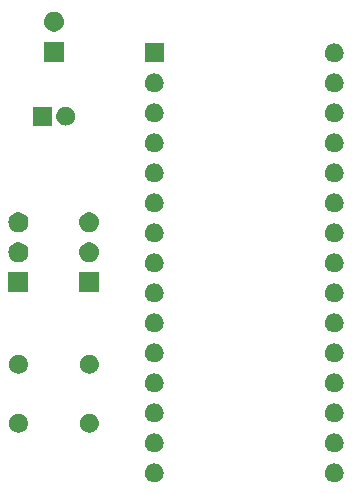
<source format=gbs>
G04 #@! TF.GenerationSoftware,KiCad,Pcbnew,8.0.4*
G04 #@! TF.CreationDate,2024-10-22T19:27:37-07:00*
G04 #@! TF.ProjectId,Valve,56616c76-652e-46b6-9963-61645f706362,rev?*
G04 #@! TF.SameCoordinates,Original*
G04 #@! TF.FileFunction,Soldermask,Bot*
G04 #@! TF.FilePolarity,Negative*
%FSLAX46Y46*%
G04 Gerber Fmt 4.6, Leading zero omitted, Abs format (unit mm)*
G04 Created by KiCad (PCBNEW 8.0.4) date 2024-10-22 19:27:37*
%MOMM*%
%LPD*%
G01*
G04 APERTURE LIST*
G04 APERTURE END LIST*
G36*
X140541811Y-116404711D02*
G01*
X140583588Y-116404711D01*
X140630718Y-116414728D01*
X140678017Y-116420058D01*
X140712408Y-116432092D01*
X140747110Y-116439468D01*
X140797117Y-116461733D01*
X140847107Y-116479225D01*
X140873128Y-116495575D01*
X140899835Y-116507466D01*
X140949633Y-116543646D01*
X140998792Y-116574535D01*
X141016444Y-116592187D01*
X141035084Y-116605730D01*
X141081165Y-116656908D01*
X141125465Y-116701208D01*
X141135654Y-116717424D01*
X141146946Y-116729965D01*
X141185573Y-116796870D01*
X141220775Y-116852893D01*
X141225170Y-116865453D01*
X141230535Y-116874746D01*
X141258010Y-116959305D01*
X141279942Y-117021983D01*
X141280773Y-117029363D01*
X141282195Y-117033738D01*
X141295076Y-117156306D01*
X141300000Y-117200000D01*
X141295076Y-117243697D01*
X141282195Y-117366261D01*
X141280773Y-117370635D01*
X141279942Y-117378017D01*
X141258005Y-117440707D01*
X141230535Y-117525253D01*
X141225171Y-117534543D01*
X141220775Y-117547107D01*
X141185566Y-117603140D01*
X141146946Y-117670034D01*
X141135656Y-117682572D01*
X141125465Y-117698792D01*
X141081155Y-117743101D01*
X141035084Y-117794269D01*
X141016448Y-117807808D01*
X140998792Y-117825465D01*
X140949623Y-117856359D01*
X140899835Y-117892533D01*
X140873134Y-117904421D01*
X140847107Y-117920775D01*
X140797107Y-117938270D01*
X140747110Y-117960531D01*
X140712414Y-117967905D01*
X140678017Y-117979942D01*
X140630715Y-117985271D01*
X140583588Y-117995289D01*
X140541811Y-117995289D01*
X140500000Y-118000000D01*
X140458189Y-117995289D01*
X140416412Y-117995289D01*
X140369284Y-117985271D01*
X140321983Y-117979942D01*
X140287586Y-117967906D01*
X140252889Y-117960531D01*
X140202887Y-117938268D01*
X140152893Y-117920775D01*
X140126868Y-117904422D01*
X140100164Y-117892533D01*
X140050369Y-117856355D01*
X140001208Y-117825465D01*
X139983554Y-117807811D01*
X139964915Y-117794269D01*
X139918833Y-117743090D01*
X139874535Y-117698792D01*
X139864345Y-117682575D01*
X139853053Y-117670034D01*
X139814420Y-117603120D01*
X139779225Y-117547107D01*
X139774830Y-117534547D01*
X139769464Y-117525253D01*
X139741980Y-117440667D01*
X139720058Y-117378017D01*
X139719226Y-117370639D01*
X139717804Y-117366261D01*
X139704908Y-117243565D01*
X139700000Y-117200000D01*
X139704908Y-117156438D01*
X139717804Y-117033738D01*
X139719226Y-117029358D01*
X139720058Y-117021983D01*
X139741975Y-116959345D01*
X139769464Y-116874746D01*
X139774831Y-116865449D01*
X139779225Y-116852893D01*
X139814413Y-116796890D01*
X139853053Y-116729965D01*
X139864347Y-116717421D01*
X139874535Y-116701208D01*
X139918826Y-116656916D01*
X139964917Y-116605728D01*
X139983559Y-116592183D01*
X140001208Y-116574535D01*
X140050354Y-116543654D01*
X140100162Y-116507467D01*
X140126873Y-116495574D01*
X140152893Y-116479225D01*
X140202877Y-116461734D01*
X140252889Y-116439468D01*
X140287592Y-116432091D01*
X140321983Y-116420058D01*
X140369281Y-116414728D01*
X140416412Y-116404711D01*
X140458189Y-116404711D01*
X140500000Y-116400000D01*
X140541811Y-116404711D01*
G37*
G36*
X155781811Y-116404711D02*
G01*
X155823588Y-116404711D01*
X155870718Y-116414728D01*
X155918017Y-116420058D01*
X155952408Y-116432092D01*
X155987110Y-116439468D01*
X156037117Y-116461733D01*
X156087107Y-116479225D01*
X156113128Y-116495575D01*
X156139835Y-116507466D01*
X156189633Y-116543646D01*
X156238792Y-116574535D01*
X156256444Y-116592187D01*
X156275084Y-116605730D01*
X156321165Y-116656908D01*
X156365465Y-116701208D01*
X156375654Y-116717424D01*
X156386946Y-116729965D01*
X156425573Y-116796870D01*
X156460775Y-116852893D01*
X156465170Y-116865453D01*
X156470535Y-116874746D01*
X156498010Y-116959305D01*
X156519942Y-117021983D01*
X156520773Y-117029363D01*
X156522195Y-117033738D01*
X156535076Y-117156306D01*
X156540000Y-117200000D01*
X156535076Y-117243697D01*
X156522195Y-117366261D01*
X156520773Y-117370635D01*
X156519942Y-117378017D01*
X156498005Y-117440707D01*
X156470535Y-117525253D01*
X156465171Y-117534543D01*
X156460775Y-117547107D01*
X156425566Y-117603140D01*
X156386946Y-117670034D01*
X156375656Y-117682572D01*
X156365465Y-117698792D01*
X156321155Y-117743101D01*
X156275084Y-117794269D01*
X156256448Y-117807808D01*
X156238792Y-117825465D01*
X156189623Y-117856359D01*
X156139835Y-117892533D01*
X156113134Y-117904421D01*
X156087107Y-117920775D01*
X156037107Y-117938270D01*
X155987110Y-117960531D01*
X155952414Y-117967905D01*
X155918017Y-117979942D01*
X155870715Y-117985271D01*
X155823588Y-117995289D01*
X155781811Y-117995289D01*
X155740000Y-118000000D01*
X155698189Y-117995289D01*
X155656412Y-117995289D01*
X155609284Y-117985271D01*
X155561983Y-117979942D01*
X155527586Y-117967906D01*
X155492889Y-117960531D01*
X155442887Y-117938268D01*
X155392893Y-117920775D01*
X155366868Y-117904422D01*
X155340164Y-117892533D01*
X155290369Y-117856355D01*
X155241208Y-117825465D01*
X155223554Y-117807811D01*
X155204915Y-117794269D01*
X155158833Y-117743090D01*
X155114535Y-117698792D01*
X155104345Y-117682575D01*
X155093053Y-117670034D01*
X155054420Y-117603120D01*
X155019225Y-117547107D01*
X155014830Y-117534547D01*
X155009464Y-117525253D01*
X154981980Y-117440667D01*
X154960058Y-117378017D01*
X154959226Y-117370639D01*
X154957804Y-117366261D01*
X154944908Y-117243565D01*
X154940000Y-117200000D01*
X154944908Y-117156438D01*
X154957804Y-117033738D01*
X154959226Y-117029358D01*
X154960058Y-117021983D01*
X154981975Y-116959345D01*
X155009464Y-116874746D01*
X155014831Y-116865449D01*
X155019225Y-116852893D01*
X155054413Y-116796890D01*
X155093053Y-116729965D01*
X155104347Y-116717421D01*
X155114535Y-116701208D01*
X155158826Y-116656916D01*
X155204917Y-116605728D01*
X155223559Y-116592183D01*
X155241208Y-116574535D01*
X155290354Y-116543654D01*
X155340162Y-116507467D01*
X155366873Y-116495574D01*
X155392893Y-116479225D01*
X155442877Y-116461734D01*
X155492889Y-116439468D01*
X155527592Y-116432091D01*
X155561983Y-116420058D01*
X155609281Y-116414728D01*
X155656412Y-116404711D01*
X155698189Y-116404711D01*
X155740000Y-116400000D01*
X155781811Y-116404711D01*
G37*
G36*
X140541811Y-113864711D02*
G01*
X140583588Y-113864711D01*
X140630718Y-113874728D01*
X140678017Y-113880058D01*
X140712408Y-113892092D01*
X140747110Y-113899468D01*
X140797117Y-113921733D01*
X140847107Y-113939225D01*
X140873128Y-113955575D01*
X140899835Y-113967466D01*
X140949633Y-114003646D01*
X140998792Y-114034535D01*
X141016444Y-114052187D01*
X141035084Y-114065730D01*
X141081165Y-114116908D01*
X141125465Y-114161208D01*
X141135654Y-114177424D01*
X141146946Y-114189965D01*
X141185573Y-114256870D01*
X141220775Y-114312893D01*
X141225170Y-114325453D01*
X141230535Y-114334746D01*
X141258010Y-114419305D01*
X141279942Y-114481983D01*
X141280773Y-114489363D01*
X141282195Y-114493738D01*
X141295076Y-114616306D01*
X141300000Y-114660000D01*
X141295076Y-114703697D01*
X141282195Y-114826261D01*
X141280773Y-114830635D01*
X141279942Y-114838017D01*
X141258005Y-114900707D01*
X141230535Y-114985253D01*
X141225171Y-114994543D01*
X141220775Y-115007107D01*
X141185566Y-115063140D01*
X141146946Y-115130034D01*
X141135656Y-115142572D01*
X141125465Y-115158792D01*
X141081155Y-115203101D01*
X141035084Y-115254269D01*
X141016448Y-115267808D01*
X140998792Y-115285465D01*
X140949623Y-115316359D01*
X140899835Y-115352533D01*
X140873134Y-115364421D01*
X140847107Y-115380775D01*
X140797107Y-115398270D01*
X140747110Y-115420531D01*
X140712414Y-115427905D01*
X140678017Y-115439942D01*
X140630715Y-115445271D01*
X140583588Y-115455289D01*
X140541811Y-115455289D01*
X140500000Y-115460000D01*
X140458189Y-115455289D01*
X140416412Y-115455289D01*
X140369284Y-115445271D01*
X140321983Y-115439942D01*
X140287586Y-115427906D01*
X140252889Y-115420531D01*
X140202887Y-115398268D01*
X140152893Y-115380775D01*
X140126868Y-115364422D01*
X140100164Y-115352533D01*
X140050369Y-115316355D01*
X140001208Y-115285465D01*
X139983554Y-115267811D01*
X139964915Y-115254269D01*
X139918833Y-115203090D01*
X139874535Y-115158792D01*
X139864345Y-115142575D01*
X139853053Y-115130034D01*
X139814420Y-115063120D01*
X139779225Y-115007107D01*
X139774830Y-114994547D01*
X139769464Y-114985253D01*
X139741980Y-114900667D01*
X139720058Y-114838017D01*
X139719226Y-114830639D01*
X139717804Y-114826261D01*
X139704908Y-114703565D01*
X139700000Y-114660000D01*
X139704908Y-114616438D01*
X139717804Y-114493738D01*
X139719226Y-114489358D01*
X139720058Y-114481983D01*
X139741975Y-114419345D01*
X139769464Y-114334746D01*
X139774831Y-114325449D01*
X139779225Y-114312893D01*
X139814413Y-114256890D01*
X139853053Y-114189965D01*
X139864347Y-114177421D01*
X139874535Y-114161208D01*
X139918826Y-114116916D01*
X139964917Y-114065728D01*
X139983559Y-114052183D01*
X140001208Y-114034535D01*
X140050354Y-114003654D01*
X140100162Y-113967467D01*
X140126873Y-113955574D01*
X140152893Y-113939225D01*
X140202877Y-113921734D01*
X140252889Y-113899468D01*
X140287592Y-113892091D01*
X140321983Y-113880058D01*
X140369281Y-113874728D01*
X140416412Y-113864711D01*
X140458189Y-113864711D01*
X140500000Y-113860000D01*
X140541811Y-113864711D01*
G37*
G36*
X155781811Y-113864711D02*
G01*
X155823588Y-113864711D01*
X155870718Y-113874728D01*
X155918017Y-113880058D01*
X155952408Y-113892092D01*
X155987110Y-113899468D01*
X156037117Y-113921733D01*
X156087107Y-113939225D01*
X156113128Y-113955575D01*
X156139835Y-113967466D01*
X156189633Y-114003646D01*
X156238792Y-114034535D01*
X156256444Y-114052187D01*
X156275084Y-114065730D01*
X156321165Y-114116908D01*
X156365465Y-114161208D01*
X156375654Y-114177424D01*
X156386946Y-114189965D01*
X156425573Y-114256870D01*
X156460775Y-114312893D01*
X156465170Y-114325453D01*
X156470535Y-114334746D01*
X156498010Y-114419305D01*
X156519942Y-114481983D01*
X156520773Y-114489363D01*
X156522195Y-114493738D01*
X156535076Y-114616306D01*
X156540000Y-114660000D01*
X156535076Y-114703697D01*
X156522195Y-114826261D01*
X156520773Y-114830635D01*
X156519942Y-114838017D01*
X156498005Y-114900707D01*
X156470535Y-114985253D01*
X156465171Y-114994543D01*
X156460775Y-115007107D01*
X156425566Y-115063140D01*
X156386946Y-115130034D01*
X156375656Y-115142572D01*
X156365465Y-115158792D01*
X156321155Y-115203101D01*
X156275084Y-115254269D01*
X156256448Y-115267808D01*
X156238792Y-115285465D01*
X156189623Y-115316359D01*
X156139835Y-115352533D01*
X156113134Y-115364421D01*
X156087107Y-115380775D01*
X156037107Y-115398270D01*
X155987110Y-115420531D01*
X155952414Y-115427905D01*
X155918017Y-115439942D01*
X155870715Y-115445271D01*
X155823588Y-115455289D01*
X155781811Y-115455289D01*
X155740000Y-115460000D01*
X155698189Y-115455289D01*
X155656412Y-115455289D01*
X155609284Y-115445271D01*
X155561983Y-115439942D01*
X155527586Y-115427906D01*
X155492889Y-115420531D01*
X155442887Y-115398268D01*
X155392893Y-115380775D01*
X155366868Y-115364422D01*
X155340164Y-115352533D01*
X155290369Y-115316355D01*
X155241208Y-115285465D01*
X155223554Y-115267811D01*
X155204915Y-115254269D01*
X155158833Y-115203090D01*
X155114535Y-115158792D01*
X155104345Y-115142575D01*
X155093053Y-115130034D01*
X155054420Y-115063120D01*
X155019225Y-115007107D01*
X155014830Y-114994547D01*
X155009464Y-114985253D01*
X154981980Y-114900667D01*
X154960058Y-114838017D01*
X154959226Y-114830639D01*
X154957804Y-114826261D01*
X154944908Y-114703565D01*
X154940000Y-114660000D01*
X154944908Y-114616438D01*
X154957804Y-114493738D01*
X154959226Y-114489358D01*
X154960058Y-114481983D01*
X154981975Y-114419345D01*
X155009464Y-114334746D01*
X155014831Y-114325449D01*
X155019225Y-114312893D01*
X155054413Y-114256890D01*
X155093053Y-114189965D01*
X155104347Y-114177421D01*
X155114535Y-114161208D01*
X155158826Y-114116916D01*
X155204917Y-114065728D01*
X155223559Y-114052183D01*
X155241208Y-114034535D01*
X155290354Y-114003654D01*
X155340162Y-113967467D01*
X155366873Y-113955574D01*
X155392893Y-113939225D01*
X155442877Y-113921734D01*
X155492889Y-113899468D01*
X155527592Y-113892091D01*
X155561983Y-113880058D01*
X155609281Y-113874728D01*
X155656412Y-113864711D01*
X155698189Y-113864711D01*
X155740000Y-113860000D01*
X155781811Y-113864711D01*
G37*
G36*
X129041811Y-112204711D02*
G01*
X129083588Y-112204711D01*
X129130718Y-112214728D01*
X129178017Y-112220058D01*
X129212408Y-112232092D01*
X129247110Y-112239468D01*
X129297117Y-112261733D01*
X129347107Y-112279225D01*
X129373128Y-112295575D01*
X129399835Y-112307466D01*
X129449633Y-112343646D01*
X129498792Y-112374535D01*
X129516444Y-112392187D01*
X129535084Y-112405730D01*
X129581165Y-112456908D01*
X129625465Y-112501208D01*
X129635654Y-112517424D01*
X129646946Y-112529965D01*
X129685573Y-112596870D01*
X129720775Y-112652893D01*
X129725170Y-112665453D01*
X129730535Y-112674746D01*
X129758010Y-112759305D01*
X129779942Y-112821983D01*
X129780773Y-112829363D01*
X129782195Y-112833738D01*
X129795076Y-112956306D01*
X129800000Y-113000000D01*
X129795076Y-113043697D01*
X129782195Y-113166261D01*
X129780773Y-113170635D01*
X129779942Y-113178017D01*
X129758005Y-113240707D01*
X129730535Y-113325253D01*
X129725171Y-113334543D01*
X129720775Y-113347107D01*
X129685566Y-113403140D01*
X129646946Y-113470034D01*
X129635656Y-113482572D01*
X129625465Y-113498792D01*
X129581155Y-113543101D01*
X129535084Y-113594269D01*
X129516448Y-113607808D01*
X129498792Y-113625465D01*
X129449623Y-113656359D01*
X129399835Y-113692533D01*
X129373134Y-113704421D01*
X129347107Y-113720775D01*
X129297107Y-113738270D01*
X129247110Y-113760531D01*
X129212414Y-113767905D01*
X129178017Y-113779942D01*
X129130715Y-113785271D01*
X129083588Y-113795289D01*
X129041811Y-113795289D01*
X129000000Y-113800000D01*
X128958189Y-113795289D01*
X128916412Y-113795289D01*
X128869284Y-113785271D01*
X128821983Y-113779942D01*
X128787586Y-113767906D01*
X128752889Y-113760531D01*
X128702887Y-113738268D01*
X128652893Y-113720775D01*
X128626868Y-113704422D01*
X128600164Y-113692533D01*
X128550369Y-113656355D01*
X128501208Y-113625465D01*
X128483554Y-113607811D01*
X128464915Y-113594269D01*
X128418833Y-113543090D01*
X128374535Y-113498792D01*
X128364345Y-113482575D01*
X128353053Y-113470034D01*
X128314420Y-113403120D01*
X128279225Y-113347107D01*
X128274830Y-113334547D01*
X128269464Y-113325253D01*
X128241980Y-113240667D01*
X128220058Y-113178017D01*
X128219226Y-113170639D01*
X128217804Y-113166261D01*
X128204908Y-113043565D01*
X128200000Y-113000000D01*
X128204908Y-112956438D01*
X128217804Y-112833738D01*
X128219226Y-112829358D01*
X128220058Y-112821983D01*
X128241975Y-112759345D01*
X128269464Y-112674746D01*
X128274831Y-112665449D01*
X128279225Y-112652893D01*
X128314413Y-112596890D01*
X128353053Y-112529965D01*
X128364347Y-112517421D01*
X128374535Y-112501208D01*
X128418826Y-112456916D01*
X128464917Y-112405728D01*
X128483559Y-112392183D01*
X128501208Y-112374535D01*
X128550354Y-112343654D01*
X128600162Y-112307467D01*
X128626873Y-112295574D01*
X128652893Y-112279225D01*
X128702877Y-112261734D01*
X128752889Y-112239468D01*
X128787592Y-112232091D01*
X128821983Y-112220058D01*
X128869281Y-112214728D01*
X128916412Y-112204711D01*
X128958189Y-112204711D01*
X129000000Y-112200000D01*
X129041811Y-112204711D01*
G37*
G36*
X135041811Y-112204711D02*
G01*
X135083588Y-112204711D01*
X135130718Y-112214728D01*
X135178017Y-112220058D01*
X135212408Y-112232092D01*
X135247110Y-112239468D01*
X135297117Y-112261733D01*
X135347107Y-112279225D01*
X135373128Y-112295575D01*
X135399835Y-112307466D01*
X135449633Y-112343646D01*
X135498792Y-112374535D01*
X135516444Y-112392187D01*
X135535084Y-112405730D01*
X135581165Y-112456908D01*
X135625465Y-112501208D01*
X135635654Y-112517424D01*
X135646946Y-112529965D01*
X135685573Y-112596870D01*
X135720775Y-112652893D01*
X135725170Y-112665453D01*
X135730535Y-112674746D01*
X135758010Y-112759305D01*
X135779942Y-112821983D01*
X135780773Y-112829363D01*
X135782195Y-112833738D01*
X135795076Y-112956306D01*
X135800000Y-113000000D01*
X135795076Y-113043697D01*
X135782195Y-113166261D01*
X135780773Y-113170635D01*
X135779942Y-113178017D01*
X135758005Y-113240707D01*
X135730535Y-113325253D01*
X135725171Y-113334543D01*
X135720775Y-113347107D01*
X135685566Y-113403140D01*
X135646946Y-113470034D01*
X135635656Y-113482572D01*
X135625465Y-113498792D01*
X135581155Y-113543101D01*
X135535084Y-113594269D01*
X135516448Y-113607808D01*
X135498792Y-113625465D01*
X135449623Y-113656359D01*
X135399835Y-113692533D01*
X135373134Y-113704421D01*
X135347107Y-113720775D01*
X135297107Y-113738270D01*
X135247110Y-113760531D01*
X135212414Y-113767905D01*
X135178017Y-113779942D01*
X135130715Y-113785271D01*
X135083588Y-113795289D01*
X135041811Y-113795289D01*
X135000000Y-113800000D01*
X134958189Y-113795289D01*
X134916412Y-113795289D01*
X134869284Y-113785271D01*
X134821983Y-113779942D01*
X134787586Y-113767906D01*
X134752889Y-113760531D01*
X134702887Y-113738268D01*
X134652893Y-113720775D01*
X134626868Y-113704422D01*
X134600164Y-113692533D01*
X134550369Y-113656355D01*
X134501208Y-113625465D01*
X134483554Y-113607811D01*
X134464915Y-113594269D01*
X134418833Y-113543090D01*
X134374535Y-113498792D01*
X134364345Y-113482575D01*
X134353053Y-113470034D01*
X134314420Y-113403120D01*
X134279225Y-113347107D01*
X134274830Y-113334547D01*
X134269464Y-113325253D01*
X134241980Y-113240667D01*
X134220058Y-113178017D01*
X134219226Y-113170639D01*
X134217804Y-113166261D01*
X134204908Y-113043565D01*
X134200000Y-113000000D01*
X134204908Y-112956438D01*
X134217804Y-112833738D01*
X134219226Y-112829358D01*
X134220058Y-112821983D01*
X134241975Y-112759345D01*
X134269464Y-112674746D01*
X134274831Y-112665449D01*
X134279225Y-112652893D01*
X134314413Y-112596890D01*
X134353053Y-112529965D01*
X134364347Y-112517421D01*
X134374535Y-112501208D01*
X134418826Y-112456916D01*
X134464917Y-112405728D01*
X134483559Y-112392183D01*
X134501208Y-112374535D01*
X134550354Y-112343654D01*
X134600162Y-112307467D01*
X134626873Y-112295574D01*
X134652893Y-112279225D01*
X134702877Y-112261734D01*
X134752889Y-112239468D01*
X134787592Y-112232091D01*
X134821983Y-112220058D01*
X134869281Y-112214728D01*
X134916412Y-112204711D01*
X134958189Y-112204711D01*
X135000000Y-112200000D01*
X135041811Y-112204711D01*
G37*
G36*
X140541811Y-111324711D02*
G01*
X140583588Y-111324711D01*
X140630718Y-111334728D01*
X140678017Y-111340058D01*
X140712408Y-111352092D01*
X140747110Y-111359468D01*
X140797117Y-111381733D01*
X140847107Y-111399225D01*
X140873128Y-111415575D01*
X140899835Y-111427466D01*
X140949633Y-111463646D01*
X140998792Y-111494535D01*
X141016444Y-111512187D01*
X141035084Y-111525730D01*
X141081165Y-111576908D01*
X141125465Y-111621208D01*
X141135654Y-111637424D01*
X141146946Y-111649965D01*
X141185573Y-111716870D01*
X141220775Y-111772893D01*
X141225170Y-111785453D01*
X141230535Y-111794746D01*
X141258010Y-111879305D01*
X141279942Y-111941983D01*
X141280773Y-111949363D01*
X141282195Y-111953738D01*
X141295076Y-112076306D01*
X141300000Y-112120000D01*
X141295076Y-112163697D01*
X141282195Y-112286261D01*
X141280773Y-112290635D01*
X141279942Y-112298017D01*
X141258005Y-112360707D01*
X141230535Y-112445253D01*
X141225171Y-112454543D01*
X141220775Y-112467107D01*
X141185566Y-112523140D01*
X141146946Y-112590034D01*
X141135656Y-112602572D01*
X141125465Y-112618792D01*
X141081155Y-112663101D01*
X141035084Y-112714269D01*
X141016448Y-112727808D01*
X140998792Y-112745465D01*
X140949623Y-112776359D01*
X140899835Y-112812533D01*
X140873134Y-112824421D01*
X140847107Y-112840775D01*
X140797107Y-112858270D01*
X140747110Y-112880531D01*
X140712414Y-112887905D01*
X140678017Y-112899942D01*
X140630715Y-112905271D01*
X140583588Y-112915289D01*
X140541811Y-112915289D01*
X140500000Y-112920000D01*
X140458189Y-112915289D01*
X140416412Y-112915289D01*
X140369284Y-112905271D01*
X140321983Y-112899942D01*
X140287586Y-112887906D01*
X140252889Y-112880531D01*
X140202887Y-112858268D01*
X140152893Y-112840775D01*
X140126868Y-112824422D01*
X140100164Y-112812533D01*
X140050369Y-112776355D01*
X140001208Y-112745465D01*
X139983554Y-112727811D01*
X139964915Y-112714269D01*
X139918833Y-112663090D01*
X139874535Y-112618792D01*
X139864345Y-112602575D01*
X139853053Y-112590034D01*
X139814420Y-112523120D01*
X139779225Y-112467107D01*
X139774830Y-112454547D01*
X139769464Y-112445253D01*
X139741980Y-112360667D01*
X139720058Y-112298017D01*
X139719226Y-112290639D01*
X139717804Y-112286261D01*
X139704908Y-112163565D01*
X139700000Y-112120000D01*
X139704908Y-112076438D01*
X139717804Y-111953738D01*
X139719226Y-111949358D01*
X139720058Y-111941983D01*
X139741975Y-111879345D01*
X139769464Y-111794746D01*
X139774831Y-111785449D01*
X139779225Y-111772893D01*
X139814413Y-111716890D01*
X139853053Y-111649965D01*
X139864347Y-111637421D01*
X139874535Y-111621208D01*
X139918826Y-111576916D01*
X139964917Y-111525728D01*
X139983559Y-111512183D01*
X140001208Y-111494535D01*
X140050354Y-111463654D01*
X140100162Y-111427467D01*
X140126873Y-111415574D01*
X140152893Y-111399225D01*
X140202877Y-111381734D01*
X140252889Y-111359468D01*
X140287592Y-111352091D01*
X140321983Y-111340058D01*
X140369281Y-111334728D01*
X140416412Y-111324711D01*
X140458189Y-111324711D01*
X140500000Y-111320000D01*
X140541811Y-111324711D01*
G37*
G36*
X155781811Y-111324711D02*
G01*
X155823588Y-111324711D01*
X155870718Y-111334728D01*
X155918017Y-111340058D01*
X155952408Y-111352092D01*
X155987110Y-111359468D01*
X156037117Y-111381733D01*
X156087107Y-111399225D01*
X156113128Y-111415575D01*
X156139835Y-111427466D01*
X156189633Y-111463646D01*
X156238792Y-111494535D01*
X156256444Y-111512187D01*
X156275084Y-111525730D01*
X156321165Y-111576908D01*
X156365465Y-111621208D01*
X156375654Y-111637424D01*
X156386946Y-111649965D01*
X156425573Y-111716870D01*
X156460775Y-111772893D01*
X156465170Y-111785453D01*
X156470535Y-111794746D01*
X156498010Y-111879305D01*
X156519942Y-111941983D01*
X156520773Y-111949363D01*
X156522195Y-111953738D01*
X156535076Y-112076306D01*
X156540000Y-112120000D01*
X156535076Y-112163697D01*
X156522195Y-112286261D01*
X156520773Y-112290635D01*
X156519942Y-112298017D01*
X156498005Y-112360707D01*
X156470535Y-112445253D01*
X156465171Y-112454543D01*
X156460775Y-112467107D01*
X156425566Y-112523140D01*
X156386946Y-112590034D01*
X156375656Y-112602572D01*
X156365465Y-112618792D01*
X156321155Y-112663101D01*
X156275084Y-112714269D01*
X156256448Y-112727808D01*
X156238792Y-112745465D01*
X156189623Y-112776359D01*
X156139835Y-112812533D01*
X156113134Y-112824421D01*
X156087107Y-112840775D01*
X156037107Y-112858270D01*
X155987110Y-112880531D01*
X155952414Y-112887905D01*
X155918017Y-112899942D01*
X155870715Y-112905271D01*
X155823588Y-112915289D01*
X155781811Y-112915289D01*
X155740000Y-112920000D01*
X155698189Y-112915289D01*
X155656412Y-112915289D01*
X155609284Y-112905271D01*
X155561983Y-112899942D01*
X155527586Y-112887906D01*
X155492889Y-112880531D01*
X155442887Y-112858268D01*
X155392893Y-112840775D01*
X155366868Y-112824422D01*
X155340164Y-112812533D01*
X155290369Y-112776355D01*
X155241208Y-112745465D01*
X155223554Y-112727811D01*
X155204915Y-112714269D01*
X155158833Y-112663090D01*
X155114535Y-112618792D01*
X155104345Y-112602575D01*
X155093053Y-112590034D01*
X155054420Y-112523120D01*
X155019225Y-112467107D01*
X155014830Y-112454547D01*
X155009464Y-112445253D01*
X154981980Y-112360667D01*
X154960058Y-112298017D01*
X154959226Y-112290639D01*
X154957804Y-112286261D01*
X154944908Y-112163565D01*
X154940000Y-112120000D01*
X154944908Y-112076438D01*
X154957804Y-111953738D01*
X154959226Y-111949358D01*
X154960058Y-111941983D01*
X154981975Y-111879345D01*
X155009464Y-111794746D01*
X155014831Y-111785449D01*
X155019225Y-111772893D01*
X155054413Y-111716890D01*
X155093053Y-111649965D01*
X155104347Y-111637421D01*
X155114535Y-111621208D01*
X155158826Y-111576916D01*
X155204917Y-111525728D01*
X155223559Y-111512183D01*
X155241208Y-111494535D01*
X155290354Y-111463654D01*
X155340162Y-111427467D01*
X155366873Y-111415574D01*
X155392893Y-111399225D01*
X155442877Y-111381734D01*
X155492889Y-111359468D01*
X155527592Y-111352091D01*
X155561983Y-111340058D01*
X155609281Y-111334728D01*
X155656412Y-111324711D01*
X155698189Y-111324711D01*
X155740000Y-111320000D01*
X155781811Y-111324711D01*
G37*
G36*
X140541811Y-108784711D02*
G01*
X140583588Y-108784711D01*
X140630718Y-108794728D01*
X140678017Y-108800058D01*
X140712408Y-108812092D01*
X140747110Y-108819468D01*
X140797117Y-108841733D01*
X140847107Y-108859225D01*
X140873128Y-108875575D01*
X140899835Y-108887466D01*
X140949633Y-108923646D01*
X140998792Y-108954535D01*
X141016444Y-108972187D01*
X141035084Y-108985730D01*
X141081165Y-109036908D01*
X141125465Y-109081208D01*
X141135654Y-109097424D01*
X141146946Y-109109965D01*
X141185573Y-109176870D01*
X141220775Y-109232893D01*
X141225170Y-109245453D01*
X141230535Y-109254746D01*
X141258010Y-109339305D01*
X141279942Y-109401983D01*
X141280773Y-109409363D01*
X141282195Y-109413738D01*
X141295076Y-109536306D01*
X141300000Y-109580000D01*
X141295076Y-109623697D01*
X141282195Y-109746261D01*
X141280773Y-109750635D01*
X141279942Y-109758017D01*
X141258005Y-109820707D01*
X141230535Y-109905253D01*
X141225171Y-109914543D01*
X141220775Y-109927107D01*
X141185566Y-109983140D01*
X141146946Y-110050034D01*
X141135656Y-110062572D01*
X141125465Y-110078792D01*
X141081155Y-110123101D01*
X141035084Y-110174269D01*
X141016448Y-110187808D01*
X140998792Y-110205465D01*
X140949623Y-110236359D01*
X140899835Y-110272533D01*
X140873134Y-110284421D01*
X140847107Y-110300775D01*
X140797107Y-110318270D01*
X140747110Y-110340531D01*
X140712414Y-110347905D01*
X140678017Y-110359942D01*
X140630715Y-110365271D01*
X140583588Y-110375289D01*
X140541811Y-110375289D01*
X140500000Y-110380000D01*
X140458189Y-110375289D01*
X140416412Y-110375289D01*
X140369284Y-110365271D01*
X140321983Y-110359942D01*
X140287586Y-110347906D01*
X140252889Y-110340531D01*
X140202887Y-110318268D01*
X140152893Y-110300775D01*
X140126868Y-110284422D01*
X140100164Y-110272533D01*
X140050369Y-110236355D01*
X140001208Y-110205465D01*
X139983554Y-110187811D01*
X139964915Y-110174269D01*
X139918833Y-110123090D01*
X139874535Y-110078792D01*
X139864345Y-110062575D01*
X139853053Y-110050034D01*
X139814420Y-109983120D01*
X139779225Y-109927107D01*
X139774830Y-109914547D01*
X139769464Y-109905253D01*
X139741980Y-109820667D01*
X139720058Y-109758017D01*
X139719226Y-109750639D01*
X139717804Y-109746261D01*
X139704908Y-109623565D01*
X139700000Y-109580000D01*
X139704908Y-109536438D01*
X139717804Y-109413738D01*
X139719226Y-109409358D01*
X139720058Y-109401983D01*
X139741975Y-109339345D01*
X139769464Y-109254746D01*
X139774831Y-109245449D01*
X139779225Y-109232893D01*
X139814413Y-109176890D01*
X139853053Y-109109965D01*
X139864347Y-109097421D01*
X139874535Y-109081208D01*
X139918826Y-109036916D01*
X139964917Y-108985728D01*
X139983559Y-108972183D01*
X140001208Y-108954535D01*
X140050354Y-108923654D01*
X140100162Y-108887467D01*
X140126873Y-108875574D01*
X140152893Y-108859225D01*
X140202877Y-108841734D01*
X140252889Y-108819468D01*
X140287592Y-108812091D01*
X140321983Y-108800058D01*
X140369281Y-108794728D01*
X140416412Y-108784711D01*
X140458189Y-108784711D01*
X140500000Y-108780000D01*
X140541811Y-108784711D01*
G37*
G36*
X155781811Y-108784711D02*
G01*
X155823588Y-108784711D01*
X155870718Y-108794728D01*
X155918017Y-108800058D01*
X155952408Y-108812092D01*
X155987110Y-108819468D01*
X156037117Y-108841733D01*
X156087107Y-108859225D01*
X156113128Y-108875575D01*
X156139835Y-108887466D01*
X156189633Y-108923646D01*
X156238792Y-108954535D01*
X156256444Y-108972187D01*
X156275084Y-108985730D01*
X156321165Y-109036908D01*
X156365465Y-109081208D01*
X156375654Y-109097424D01*
X156386946Y-109109965D01*
X156425573Y-109176870D01*
X156460775Y-109232893D01*
X156465170Y-109245453D01*
X156470535Y-109254746D01*
X156498010Y-109339305D01*
X156519942Y-109401983D01*
X156520773Y-109409363D01*
X156522195Y-109413738D01*
X156535076Y-109536306D01*
X156540000Y-109580000D01*
X156535076Y-109623697D01*
X156522195Y-109746261D01*
X156520773Y-109750635D01*
X156519942Y-109758017D01*
X156498005Y-109820707D01*
X156470535Y-109905253D01*
X156465171Y-109914543D01*
X156460775Y-109927107D01*
X156425566Y-109983140D01*
X156386946Y-110050034D01*
X156375656Y-110062572D01*
X156365465Y-110078792D01*
X156321155Y-110123101D01*
X156275084Y-110174269D01*
X156256448Y-110187808D01*
X156238792Y-110205465D01*
X156189623Y-110236359D01*
X156139835Y-110272533D01*
X156113134Y-110284421D01*
X156087107Y-110300775D01*
X156037107Y-110318270D01*
X155987110Y-110340531D01*
X155952414Y-110347905D01*
X155918017Y-110359942D01*
X155870715Y-110365271D01*
X155823588Y-110375289D01*
X155781811Y-110375289D01*
X155740000Y-110380000D01*
X155698189Y-110375289D01*
X155656412Y-110375289D01*
X155609284Y-110365271D01*
X155561983Y-110359942D01*
X155527586Y-110347906D01*
X155492889Y-110340531D01*
X155442887Y-110318268D01*
X155392893Y-110300775D01*
X155366868Y-110284422D01*
X155340164Y-110272533D01*
X155290369Y-110236355D01*
X155241208Y-110205465D01*
X155223554Y-110187811D01*
X155204915Y-110174269D01*
X155158833Y-110123090D01*
X155114535Y-110078792D01*
X155104345Y-110062575D01*
X155093053Y-110050034D01*
X155054420Y-109983120D01*
X155019225Y-109927107D01*
X155014830Y-109914547D01*
X155009464Y-109905253D01*
X154981980Y-109820667D01*
X154960058Y-109758017D01*
X154959226Y-109750639D01*
X154957804Y-109746261D01*
X154944908Y-109623565D01*
X154940000Y-109580000D01*
X154944908Y-109536438D01*
X154957804Y-109413738D01*
X154959226Y-109409358D01*
X154960058Y-109401983D01*
X154981975Y-109339345D01*
X155009464Y-109254746D01*
X155014831Y-109245449D01*
X155019225Y-109232893D01*
X155054413Y-109176890D01*
X155093053Y-109109965D01*
X155104347Y-109097421D01*
X155114535Y-109081208D01*
X155158826Y-109036916D01*
X155204917Y-108985728D01*
X155223559Y-108972183D01*
X155241208Y-108954535D01*
X155290354Y-108923654D01*
X155340162Y-108887467D01*
X155366873Y-108875574D01*
X155392893Y-108859225D01*
X155442877Y-108841734D01*
X155492889Y-108819468D01*
X155527592Y-108812091D01*
X155561983Y-108800058D01*
X155609281Y-108794728D01*
X155656412Y-108784711D01*
X155698189Y-108784711D01*
X155740000Y-108780000D01*
X155781811Y-108784711D01*
G37*
G36*
X129041811Y-107204711D02*
G01*
X129083588Y-107204711D01*
X129130718Y-107214728D01*
X129178017Y-107220058D01*
X129212408Y-107232092D01*
X129247110Y-107239468D01*
X129297117Y-107261733D01*
X129347107Y-107279225D01*
X129373128Y-107295575D01*
X129399835Y-107307466D01*
X129449633Y-107343646D01*
X129498792Y-107374535D01*
X129516444Y-107392187D01*
X129535084Y-107405730D01*
X129581165Y-107456908D01*
X129625465Y-107501208D01*
X129635654Y-107517424D01*
X129646946Y-107529965D01*
X129685573Y-107596870D01*
X129720775Y-107652893D01*
X129725170Y-107665453D01*
X129730535Y-107674746D01*
X129758010Y-107759305D01*
X129779942Y-107821983D01*
X129780773Y-107829363D01*
X129782195Y-107833738D01*
X129795076Y-107956306D01*
X129800000Y-108000000D01*
X129795076Y-108043697D01*
X129782195Y-108166261D01*
X129780773Y-108170635D01*
X129779942Y-108178017D01*
X129758005Y-108240707D01*
X129730535Y-108325253D01*
X129725171Y-108334543D01*
X129720775Y-108347107D01*
X129685566Y-108403140D01*
X129646946Y-108470034D01*
X129635656Y-108482572D01*
X129625465Y-108498792D01*
X129581155Y-108543101D01*
X129535084Y-108594269D01*
X129516448Y-108607808D01*
X129498792Y-108625465D01*
X129449623Y-108656359D01*
X129399835Y-108692533D01*
X129373134Y-108704421D01*
X129347107Y-108720775D01*
X129297107Y-108738270D01*
X129247110Y-108760531D01*
X129212414Y-108767905D01*
X129178017Y-108779942D01*
X129130715Y-108785271D01*
X129083588Y-108795289D01*
X129041811Y-108795289D01*
X129000000Y-108800000D01*
X128958189Y-108795289D01*
X128916412Y-108795289D01*
X128869284Y-108785271D01*
X128821983Y-108779942D01*
X128787586Y-108767906D01*
X128752889Y-108760531D01*
X128702887Y-108738268D01*
X128652893Y-108720775D01*
X128626868Y-108704422D01*
X128600164Y-108692533D01*
X128550369Y-108656355D01*
X128501208Y-108625465D01*
X128483554Y-108607811D01*
X128464915Y-108594269D01*
X128418833Y-108543090D01*
X128374535Y-108498792D01*
X128364345Y-108482575D01*
X128353053Y-108470034D01*
X128314420Y-108403120D01*
X128279225Y-108347107D01*
X128274830Y-108334547D01*
X128269464Y-108325253D01*
X128241980Y-108240667D01*
X128220058Y-108178017D01*
X128219226Y-108170639D01*
X128217804Y-108166261D01*
X128204908Y-108043565D01*
X128200000Y-108000000D01*
X128204908Y-107956438D01*
X128217804Y-107833738D01*
X128219226Y-107829358D01*
X128220058Y-107821983D01*
X128241975Y-107759345D01*
X128269464Y-107674746D01*
X128274831Y-107665449D01*
X128279225Y-107652893D01*
X128314413Y-107596890D01*
X128353053Y-107529965D01*
X128364347Y-107517421D01*
X128374535Y-107501208D01*
X128418826Y-107456916D01*
X128464917Y-107405728D01*
X128483559Y-107392183D01*
X128501208Y-107374535D01*
X128550354Y-107343654D01*
X128600162Y-107307467D01*
X128626873Y-107295574D01*
X128652893Y-107279225D01*
X128702877Y-107261734D01*
X128752889Y-107239468D01*
X128787592Y-107232091D01*
X128821983Y-107220058D01*
X128869281Y-107214728D01*
X128916412Y-107204711D01*
X128958189Y-107204711D01*
X129000000Y-107200000D01*
X129041811Y-107204711D01*
G37*
G36*
X135041811Y-107204711D02*
G01*
X135083588Y-107204711D01*
X135130718Y-107214728D01*
X135178017Y-107220058D01*
X135212408Y-107232092D01*
X135247110Y-107239468D01*
X135297117Y-107261733D01*
X135347107Y-107279225D01*
X135373128Y-107295575D01*
X135399835Y-107307466D01*
X135449633Y-107343646D01*
X135498792Y-107374535D01*
X135516444Y-107392187D01*
X135535084Y-107405730D01*
X135581165Y-107456908D01*
X135625465Y-107501208D01*
X135635654Y-107517424D01*
X135646946Y-107529965D01*
X135685573Y-107596870D01*
X135720775Y-107652893D01*
X135725170Y-107665453D01*
X135730535Y-107674746D01*
X135758010Y-107759305D01*
X135779942Y-107821983D01*
X135780773Y-107829363D01*
X135782195Y-107833738D01*
X135795076Y-107956306D01*
X135800000Y-108000000D01*
X135795076Y-108043697D01*
X135782195Y-108166261D01*
X135780773Y-108170635D01*
X135779942Y-108178017D01*
X135758005Y-108240707D01*
X135730535Y-108325253D01*
X135725171Y-108334543D01*
X135720775Y-108347107D01*
X135685566Y-108403140D01*
X135646946Y-108470034D01*
X135635656Y-108482572D01*
X135625465Y-108498792D01*
X135581155Y-108543101D01*
X135535084Y-108594269D01*
X135516448Y-108607808D01*
X135498792Y-108625465D01*
X135449623Y-108656359D01*
X135399835Y-108692533D01*
X135373134Y-108704421D01*
X135347107Y-108720775D01*
X135297107Y-108738270D01*
X135247110Y-108760531D01*
X135212414Y-108767905D01*
X135178017Y-108779942D01*
X135130715Y-108785271D01*
X135083588Y-108795289D01*
X135041811Y-108795289D01*
X135000000Y-108800000D01*
X134958189Y-108795289D01*
X134916412Y-108795289D01*
X134869284Y-108785271D01*
X134821983Y-108779942D01*
X134787586Y-108767906D01*
X134752889Y-108760531D01*
X134702887Y-108738268D01*
X134652893Y-108720775D01*
X134626868Y-108704422D01*
X134600164Y-108692533D01*
X134550369Y-108656355D01*
X134501208Y-108625465D01*
X134483554Y-108607811D01*
X134464915Y-108594269D01*
X134418833Y-108543090D01*
X134374535Y-108498792D01*
X134364345Y-108482575D01*
X134353053Y-108470034D01*
X134314420Y-108403120D01*
X134279225Y-108347107D01*
X134274830Y-108334547D01*
X134269464Y-108325253D01*
X134241980Y-108240667D01*
X134220058Y-108178017D01*
X134219226Y-108170639D01*
X134217804Y-108166261D01*
X134204908Y-108043565D01*
X134200000Y-108000000D01*
X134204908Y-107956438D01*
X134217804Y-107833738D01*
X134219226Y-107829358D01*
X134220058Y-107821983D01*
X134241975Y-107759345D01*
X134269464Y-107674746D01*
X134274831Y-107665449D01*
X134279225Y-107652893D01*
X134314413Y-107596890D01*
X134353053Y-107529965D01*
X134364347Y-107517421D01*
X134374535Y-107501208D01*
X134418826Y-107456916D01*
X134464917Y-107405728D01*
X134483559Y-107392183D01*
X134501208Y-107374535D01*
X134550354Y-107343654D01*
X134600162Y-107307467D01*
X134626873Y-107295574D01*
X134652893Y-107279225D01*
X134702877Y-107261734D01*
X134752889Y-107239468D01*
X134787592Y-107232091D01*
X134821983Y-107220058D01*
X134869281Y-107214728D01*
X134916412Y-107204711D01*
X134958189Y-107204711D01*
X135000000Y-107200000D01*
X135041811Y-107204711D01*
G37*
G36*
X140541811Y-106244711D02*
G01*
X140583588Y-106244711D01*
X140630718Y-106254728D01*
X140678017Y-106260058D01*
X140712408Y-106272092D01*
X140747110Y-106279468D01*
X140797117Y-106301733D01*
X140847107Y-106319225D01*
X140873128Y-106335575D01*
X140899835Y-106347466D01*
X140949633Y-106383646D01*
X140998792Y-106414535D01*
X141016444Y-106432187D01*
X141035084Y-106445730D01*
X141081165Y-106496908D01*
X141125465Y-106541208D01*
X141135654Y-106557424D01*
X141146946Y-106569965D01*
X141185573Y-106636870D01*
X141220775Y-106692893D01*
X141225170Y-106705453D01*
X141230535Y-106714746D01*
X141258010Y-106799305D01*
X141279942Y-106861983D01*
X141280773Y-106869363D01*
X141282195Y-106873738D01*
X141295076Y-106996306D01*
X141300000Y-107040000D01*
X141295076Y-107083697D01*
X141282195Y-107206261D01*
X141280773Y-107210635D01*
X141279942Y-107218017D01*
X141258005Y-107280707D01*
X141230535Y-107365253D01*
X141225171Y-107374543D01*
X141220775Y-107387107D01*
X141185566Y-107443140D01*
X141146946Y-107510034D01*
X141135656Y-107522572D01*
X141125465Y-107538792D01*
X141081155Y-107583101D01*
X141035084Y-107634269D01*
X141016448Y-107647808D01*
X140998792Y-107665465D01*
X140949623Y-107696359D01*
X140899835Y-107732533D01*
X140873134Y-107744421D01*
X140847107Y-107760775D01*
X140797107Y-107778270D01*
X140747110Y-107800531D01*
X140712414Y-107807905D01*
X140678017Y-107819942D01*
X140630715Y-107825271D01*
X140583588Y-107835289D01*
X140541811Y-107835289D01*
X140500000Y-107840000D01*
X140458189Y-107835289D01*
X140416412Y-107835289D01*
X140369284Y-107825271D01*
X140321983Y-107819942D01*
X140287586Y-107807906D01*
X140252889Y-107800531D01*
X140202887Y-107778268D01*
X140152893Y-107760775D01*
X140126868Y-107744422D01*
X140100164Y-107732533D01*
X140050369Y-107696355D01*
X140001208Y-107665465D01*
X139983554Y-107647811D01*
X139964915Y-107634269D01*
X139918833Y-107583090D01*
X139874535Y-107538792D01*
X139864345Y-107522575D01*
X139853053Y-107510034D01*
X139814420Y-107443120D01*
X139779225Y-107387107D01*
X139774830Y-107374547D01*
X139769464Y-107365253D01*
X139741980Y-107280667D01*
X139720058Y-107218017D01*
X139719226Y-107210639D01*
X139717804Y-107206261D01*
X139704908Y-107083565D01*
X139700000Y-107040000D01*
X139704908Y-106996438D01*
X139717804Y-106873738D01*
X139719226Y-106869358D01*
X139720058Y-106861983D01*
X139741975Y-106799345D01*
X139769464Y-106714746D01*
X139774831Y-106705449D01*
X139779225Y-106692893D01*
X139814413Y-106636890D01*
X139853053Y-106569965D01*
X139864347Y-106557421D01*
X139874535Y-106541208D01*
X139918826Y-106496916D01*
X139964917Y-106445728D01*
X139983559Y-106432183D01*
X140001208Y-106414535D01*
X140050354Y-106383654D01*
X140100162Y-106347467D01*
X140126873Y-106335574D01*
X140152893Y-106319225D01*
X140202877Y-106301734D01*
X140252889Y-106279468D01*
X140287592Y-106272091D01*
X140321983Y-106260058D01*
X140369281Y-106254728D01*
X140416412Y-106244711D01*
X140458189Y-106244711D01*
X140500000Y-106240000D01*
X140541811Y-106244711D01*
G37*
G36*
X155781811Y-106244711D02*
G01*
X155823588Y-106244711D01*
X155870718Y-106254728D01*
X155918017Y-106260058D01*
X155952408Y-106272092D01*
X155987110Y-106279468D01*
X156037117Y-106301733D01*
X156087107Y-106319225D01*
X156113128Y-106335575D01*
X156139835Y-106347466D01*
X156189633Y-106383646D01*
X156238792Y-106414535D01*
X156256444Y-106432187D01*
X156275084Y-106445730D01*
X156321165Y-106496908D01*
X156365465Y-106541208D01*
X156375654Y-106557424D01*
X156386946Y-106569965D01*
X156425573Y-106636870D01*
X156460775Y-106692893D01*
X156465170Y-106705453D01*
X156470535Y-106714746D01*
X156498010Y-106799305D01*
X156519942Y-106861983D01*
X156520773Y-106869363D01*
X156522195Y-106873738D01*
X156535076Y-106996306D01*
X156540000Y-107040000D01*
X156535076Y-107083697D01*
X156522195Y-107206261D01*
X156520773Y-107210635D01*
X156519942Y-107218017D01*
X156498005Y-107280707D01*
X156470535Y-107365253D01*
X156465171Y-107374543D01*
X156460775Y-107387107D01*
X156425566Y-107443140D01*
X156386946Y-107510034D01*
X156375656Y-107522572D01*
X156365465Y-107538792D01*
X156321155Y-107583101D01*
X156275084Y-107634269D01*
X156256448Y-107647808D01*
X156238792Y-107665465D01*
X156189623Y-107696359D01*
X156139835Y-107732533D01*
X156113134Y-107744421D01*
X156087107Y-107760775D01*
X156037107Y-107778270D01*
X155987110Y-107800531D01*
X155952414Y-107807905D01*
X155918017Y-107819942D01*
X155870715Y-107825271D01*
X155823588Y-107835289D01*
X155781811Y-107835289D01*
X155740000Y-107840000D01*
X155698189Y-107835289D01*
X155656412Y-107835289D01*
X155609284Y-107825271D01*
X155561983Y-107819942D01*
X155527586Y-107807906D01*
X155492889Y-107800531D01*
X155442887Y-107778268D01*
X155392893Y-107760775D01*
X155366868Y-107744422D01*
X155340164Y-107732533D01*
X155290369Y-107696355D01*
X155241208Y-107665465D01*
X155223554Y-107647811D01*
X155204915Y-107634269D01*
X155158833Y-107583090D01*
X155114535Y-107538792D01*
X155104345Y-107522575D01*
X155093053Y-107510034D01*
X155054420Y-107443120D01*
X155019225Y-107387107D01*
X155014830Y-107374547D01*
X155009464Y-107365253D01*
X154981980Y-107280667D01*
X154960058Y-107218017D01*
X154959226Y-107210639D01*
X154957804Y-107206261D01*
X154944908Y-107083565D01*
X154940000Y-107040000D01*
X154944908Y-106996438D01*
X154957804Y-106873738D01*
X154959226Y-106869358D01*
X154960058Y-106861983D01*
X154981975Y-106799345D01*
X155009464Y-106714746D01*
X155014831Y-106705449D01*
X155019225Y-106692893D01*
X155054413Y-106636890D01*
X155093053Y-106569965D01*
X155104347Y-106557421D01*
X155114535Y-106541208D01*
X155158826Y-106496916D01*
X155204917Y-106445728D01*
X155223559Y-106432183D01*
X155241208Y-106414535D01*
X155290354Y-106383654D01*
X155340162Y-106347467D01*
X155366873Y-106335574D01*
X155392893Y-106319225D01*
X155442877Y-106301734D01*
X155492889Y-106279468D01*
X155527592Y-106272091D01*
X155561983Y-106260058D01*
X155609281Y-106254728D01*
X155656412Y-106244711D01*
X155698189Y-106244711D01*
X155740000Y-106240000D01*
X155781811Y-106244711D01*
G37*
G36*
X140541811Y-103704711D02*
G01*
X140583588Y-103704711D01*
X140630718Y-103714728D01*
X140678017Y-103720058D01*
X140712408Y-103732092D01*
X140747110Y-103739468D01*
X140797117Y-103761733D01*
X140847107Y-103779225D01*
X140873128Y-103795575D01*
X140899835Y-103807466D01*
X140949633Y-103843646D01*
X140998792Y-103874535D01*
X141016444Y-103892187D01*
X141035084Y-103905730D01*
X141081165Y-103956908D01*
X141125465Y-104001208D01*
X141135654Y-104017424D01*
X141146946Y-104029965D01*
X141185573Y-104096870D01*
X141220775Y-104152893D01*
X141225170Y-104165453D01*
X141230535Y-104174746D01*
X141258010Y-104259305D01*
X141279942Y-104321983D01*
X141280773Y-104329363D01*
X141282195Y-104333738D01*
X141295076Y-104456306D01*
X141300000Y-104500000D01*
X141295076Y-104543697D01*
X141282195Y-104666261D01*
X141280773Y-104670635D01*
X141279942Y-104678017D01*
X141258005Y-104740707D01*
X141230535Y-104825253D01*
X141225171Y-104834543D01*
X141220775Y-104847107D01*
X141185566Y-104903140D01*
X141146946Y-104970034D01*
X141135656Y-104982572D01*
X141125465Y-104998792D01*
X141081155Y-105043101D01*
X141035084Y-105094269D01*
X141016448Y-105107808D01*
X140998792Y-105125465D01*
X140949623Y-105156359D01*
X140899835Y-105192533D01*
X140873134Y-105204421D01*
X140847107Y-105220775D01*
X140797107Y-105238270D01*
X140747110Y-105260531D01*
X140712414Y-105267905D01*
X140678017Y-105279942D01*
X140630715Y-105285271D01*
X140583588Y-105295289D01*
X140541811Y-105295289D01*
X140500000Y-105300000D01*
X140458189Y-105295289D01*
X140416412Y-105295289D01*
X140369284Y-105285271D01*
X140321983Y-105279942D01*
X140287586Y-105267906D01*
X140252889Y-105260531D01*
X140202887Y-105238268D01*
X140152893Y-105220775D01*
X140126868Y-105204422D01*
X140100164Y-105192533D01*
X140050369Y-105156355D01*
X140001208Y-105125465D01*
X139983554Y-105107811D01*
X139964915Y-105094269D01*
X139918833Y-105043090D01*
X139874535Y-104998792D01*
X139864345Y-104982575D01*
X139853053Y-104970034D01*
X139814420Y-104903120D01*
X139779225Y-104847107D01*
X139774830Y-104834547D01*
X139769464Y-104825253D01*
X139741980Y-104740667D01*
X139720058Y-104678017D01*
X139719226Y-104670639D01*
X139717804Y-104666261D01*
X139704908Y-104543565D01*
X139700000Y-104500000D01*
X139704908Y-104456438D01*
X139717804Y-104333738D01*
X139719226Y-104329358D01*
X139720058Y-104321983D01*
X139741975Y-104259345D01*
X139769464Y-104174746D01*
X139774831Y-104165449D01*
X139779225Y-104152893D01*
X139814413Y-104096890D01*
X139853053Y-104029965D01*
X139864347Y-104017421D01*
X139874535Y-104001208D01*
X139918826Y-103956916D01*
X139964917Y-103905728D01*
X139983559Y-103892183D01*
X140001208Y-103874535D01*
X140050354Y-103843654D01*
X140100162Y-103807467D01*
X140126873Y-103795574D01*
X140152893Y-103779225D01*
X140202877Y-103761734D01*
X140252889Y-103739468D01*
X140287592Y-103732091D01*
X140321983Y-103720058D01*
X140369281Y-103714728D01*
X140416412Y-103704711D01*
X140458189Y-103704711D01*
X140500000Y-103700000D01*
X140541811Y-103704711D01*
G37*
G36*
X155781811Y-103704711D02*
G01*
X155823588Y-103704711D01*
X155870718Y-103714728D01*
X155918017Y-103720058D01*
X155952408Y-103732092D01*
X155987110Y-103739468D01*
X156037117Y-103761733D01*
X156087107Y-103779225D01*
X156113128Y-103795575D01*
X156139835Y-103807466D01*
X156189633Y-103843646D01*
X156238792Y-103874535D01*
X156256444Y-103892187D01*
X156275084Y-103905730D01*
X156321165Y-103956908D01*
X156365465Y-104001208D01*
X156375654Y-104017424D01*
X156386946Y-104029965D01*
X156425573Y-104096870D01*
X156460775Y-104152893D01*
X156465170Y-104165453D01*
X156470535Y-104174746D01*
X156498010Y-104259305D01*
X156519942Y-104321983D01*
X156520773Y-104329363D01*
X156522195Y-104333738D01*
X156535076Y-104456306D01*
X156540000Y-104500000D01*
X156535076Y-104543697D01*
X156522195Y-104666261D01*
X156520773Y-104670635D01*
X156519942Y-104678017D01*
X156498005Y-104740707D01*
X156470535Y-104825253D01*
X156465171Y-104834543D01*
X156460775Y-104847107D01*
X156425566Y-104903140D01*
X156386946Y-104970034D01*
X156375656Y-104982572D01*
X156365465Y-104998792D01*
X156321155Y-105043101D01*
X156275084Y-105094269D01*
X156256448Y-105107808D01*
X156238792Y-105125465D01*
X156189623Y-105156359D01*
X156139835Y-105192533D01*
X156113134Y-105204421D01*
X156087107Y-105220775D01*
X156037107Y-105238270D01*
X155987110Y-105260531D01*
X155952414Y-105267905D01*
X155918017Y-105279942D01*
X155870715Y-105285271D01*
X155823588Y-105295289D01*
X155781811Y-105295289D01*
X155740000Y-105300000D01*
X155698189Y-105295289D01*
X155656412Y-105295289D01*
X155609284Y-105285271D01*
X155561983Y-105279942D01*
X155527586Y-105267906D01*
X155492889Y-105260531D01*
X155442887Y-105238268D01*
X155392893Y-105220775D01*
X155366868Y-105204422D01*
X155340164Y-105192533D01*
X155290369Y-105156355D01*
X155241208Y-105125465D01*
X155223554Y-105107811D01*
X155204915Y-105094269D01*
X155158833Y-105043090D01*
X155114535Y-104998792D01*
X155104345Y-104982575D01*
X155093053Y-104970034D01*
X155054420Y-104903120D01*
X155019225Y-104847107D01*
X155014830Y-104834547D01*
X155009464Y-104825253D01*
X154981980Y-104740667D01*
X154960058Y-104678017D01*
X154959226Y-104670639D01*
X154957804Y-104666261D01*
X154944908Y-104543565D01*
X154940000Y-104500000D01*
X154944908Y-104456438D01*
X154957804Y-104333738D01*
X154959226Y-104329358D01*
X154960058Y-104321983D01*
X154981975Y-104259345D01*
X155009464Y-104174746D01*
X155014831Y-104165449D01*
X155019225Y-104152893D01*
X155054413Y-104096890D01*
X155093053Y-104029965D01*
X155104347Y-104017421D01*
X155114535Y-104001208D01*
X155158826Y-103956916D01*
X155204917Y-103905728D01*
X155223559Y-103892183D01*
X155241208Y-103874535D01*
X155290354Y-103843654D01*
X155340162Y-103807467D01*
X155366873Y-103795574D01*
X155392893Y-103779225D01*
X155442877Y-103761734D01*
X155492889Y-103739468D01*
X155527592Y-103732091D01*
X155561983Y-103720058D01*
X155609281Y-103714728D01*
X155656412Y-103704711D01*
X155698189Y-103704711D01*
X155740000Y-103700000D01*
X155781811Y-103704711D01*
G37*
G36*
X140541811Y-101164711D02*
G01*
X140583588Y-101164711D01*
X140630718Y-101174728D01*
X140678017Y-101180058D01*
X140712408Y-101192092D01*
X140747110Y-101199468D01*
X140797117Y-101221733D01*
X140847107Y-101239225D01*
X140873128Y-101255575D01*
X140899835Y-101267466D01*
X140949633Y-101303646D01*
X140998792Y-101334535D01*
X141016444Y-101352187D01*
X141035084Y-101365730D01*
X141081165Y-101416908D01*
X141125465Y-101461208D01*
X141135654Y-101477424D01*
X141146946Y-101489965D01*
X141185573Y-101556870D01*
X141220775Y-101612893D01*
X141225170Y-101625453D01*
X141230535Y-101634746D01*
X141258010Y-101719305D01*
X141279942Y-101781983D01*
X141280773Y-101789363D01*
X141282195Y-101793738D01*
X141295076Y-101916306D01*
X141300000Y-101960000D01*
X141295076Y-102003697D01*
X141282195Y-102126261D01*
X141280773Y-102130635D01*
X141279942Y-102138017D01*
X141258005Y-102200707D01*
X141230535Y-102285253D01*
X141225171Y-102294543D01*
X141220775Y-102307107D01*
X141185566Y-102363140D01*
X141146946Y-102430034D01*
X141135656Y-102442572D01*
X141125465Y-102458792D01*
X141081155Y-102503101D01*
X141035084Y-102554269D01*
X141016448Y-102567808D01*
X140998792Y-102585465D01*
X140949623Y-102616359D01*
X140899835Y-102652533D01*
X140873134Y-102664421D01*
X140847107Y-102680775D01*
X140797107Y-102698270D01*
X140747110Y-102720531D01*
X140712414Y-102727905D01*
X140678017Y-102739942D01*
X140630715Y-102745271D01*
X140583588Y-102755289D01*
X140541811Y-102755289D01*
X140500000Y-102760000D01*
X140458189Y-102755289D01*
X140416412Y-102755289D01*
X140369284Y-102745271D01*
X140321983Y-102739942D01*
X140287586Y-102727906D01*
X140252889Y-102720531D01*
X140202887Y-102698268D01*
X140152893Y-102680775D01*
X140126868Y-102664422D01*
X140100164Y-102652533D01*
X140050369Y-102616355D01*
X140001208Y-102585465D01*
X139983554Y-102567811D01*
X139964915Y-102554269D01*
X139918833Y-102503090D01*
X139874535Y-102458792D01*
X139864345Y-102442575D01*
X139853053Y-102430034D01*
X139814420Y-102363120D01*
X139779225Y-102307107D01*
X139774830Y-102294547D01*
X139769464Y-102285253D01*
X139741980Y-102200667D01*
X139720058Y-102138017D01*
X139719226Y-102130639D01*
X139717804Y-102126261D01*
X139704908Y-102003565D01*
X139700000Y-101960000D01*
X139704908Y-101916438D01*
X139717804Y-101793738D01*
X139719226Y-101789358D01*
X139720058Y-101781983D01*
X139741975Y-101719345D01*
X139769464Y-101634746D01*
X139774831Y-101625449D01*
X139779225Y-101612893D01*
X139814413Y-101556890D01*
X139853053Y-101489965D01*
X139864347Y-101477421D01*
X139874535Y-101461208D01*
X139918826Y-101416916D01*
X139964917Y-101365728D01*
X139983559Y-101352183D01*
X140001208Y-101334535D01*
X140050354Y-101303654D01*
X140100162Y-101267467D01*
X140126873Y-101255574D01*
X140152893Y-101239225D01*
X140202877Y-101221734D01*
X140252889Y-101199468D01*
X140287592Y-101192091D01*
X140321983Y-101180058D01*
X140369281Y-101174728D01*
X140416412Y-101164711D01*
X140458189Y-101164711D01*
X140500000Y-101160000D01*
X140541811Y-101164711D01*
G37*
G36*
X155781811Y-101164711D02*
G01*
X155823588Y-101164711D01*
X155870718Y-101174728D01*
X155918017Y-101180058D01*
X155952408Y-101192092D01*
X155987110Y-101199468D01*
X156037117Y-101221733D01*
X156087107Y-101239225D01*
X156113128Y-101255575D01*
X156139835Y-101267466D01*
X156189633Y-101303646D01*
X156238792Y-101334535D01*
X156256444Y-101352187D01*
X156275084Y-101365730D01*
X156321165Y-101416908D01*
X156365465Y-101461208D01*
X156375654Y-101477424D01*
X156386946Y-101489965D01*
X156425573Y-101556870D01*
X156460775Y-101612893D01*
X156465170Y-101625453D01*
X156470535Y-101634746D01*
X156498010Y-101719305D01*
X156519942Y-101781983D01*
X156520773Y-101789363D01*
X156522195Y-101793738D01*
X156535076Y-101916306D01*
X156540000Y-101960000D01*
X156535076Y-102003697D01*
X156522195Y-102126261D01*
X156520773Y-102130635D01*
X156519942Y-102138017D01*
X156498005Y-102200707D01*
X156470535Y-102285253D01*
X156465171Y-102294543D01*
X156460775Y-102307107D01*
X156425566Y-102363140D01*
X156386946Y-102430034D01*
X156375656Y-102442572D01*
X156365465Y-102458792D01*
X156321155Y-102503101D01*
X156275084Y-102554269D01*
X156256448Y-102567808D01*
X156238792Y-102585465D01*
X156189623Y-102616359D01*
X156139835Y-102652533D01*
X156113134Y-102664421D01*
X156087107Y-102680775D01*
X156037107Y-102698270D01*
X155987110Y-102720531D01*
X155952414Y-102727905D01*
X155918017Y-102739942D01*
X155870715Y-102745271D01*
X155823588Y-102755289D01*
X155781811Y-102755289D01*
X155740000Y-102760000D01*
X155698189Y-102755289D01*
X155656412Y-102755289D01*
X155609284Y-102745271D01*
X155561983Y-102739942D01*
X155527586Y-102727906D01*
X155492889Y-102720531D01*
X155442887Y-102698268D01*
X155392893Y-102680775D01*
X155366868Y-102664422D01*
X155340164Y-102652533D01*
X155290369Y-102616355D01*
X155241208Y-102585465D01*
X155223554Y-102567811D01*
X155204915Y-102554269D01*
X155158833Y-102503090D01*
X155114535Y-102458792D01*
X155104345Y-102442575D01*
X155093053Y-102430034D01*
X155054420Y-102363120D01*
X155019225Y-102307107D01*
X155014830Y-102294547D01*
X155009464Y-102285253D01*
X154981980Y-102200667D01*
X154960058Y-102138017D01*
X154959226Y-102130639D01*
X154957804Y-102126261D01*
X154944908Y-102003565D01*
X154940000Y-101960000D01*
X154944908Y-101916438D01*
X154957804Y-101793738D01*
X154959226Y-101789358D01*
X154960058Y-101781983D01*
X154981975Y-101719345D01*
X155009464Y-101634746D01*
X155014831Y-101625449D01*
X155019225Y-101612893D01*
X155054413Y-101556890D01*
X155093053Y-101489965D01*
X155104347Y-101477421D01*
X155114535Y-101461208D01*
X155158826Y-101416916D01*
X155204917Y-101365728D01*
X155223559Y-101352183D01*
X155241208Y-101334535D01*
X155290354Y-101303654D01*
X155340162Y-101267467D01*
X155366873Y-101255574D01*
X155392893Y-101239225D01*
X155442877Y-101221734D01*
X155492889Y-101199468D01*
X155527592Y-101192091D01*
X155561983Y-101180058D01*
X155609281Y-101174728D01*
X155656412Y-101164711D01*
X155698189Y-101164711D01*
X155740000Y-101160000D01*
X155781811Y-101164711D01*
G37*
G36*
X129850000Y-101930000D02*
G01*
X128150000Y-101930000D01*
X128150000Y-100230000D01*
X129850000Y-100230000D01*
X129850000Y-101930000D01*
G37*
G36*
X135850000Y-101930000D02*
G01*
X134150000Y-101930000D01*
X134150000Y-100230000D01*
X135850000Y-100230000D01*
X135850000Y-101930000D01*
G37*
G36*
X140541811Y-98624711D02*
G01*
X140583588Y-98624711D01*
X140630718Y-98634728D01*
X140678017Y-98640058D01*
X140712408Y-98652092D01*
X140747110Y-98659468D01*
X140797117Y-98681733D01*
X140847107Y-98699225D01*
X140873128Y-98715575D01*
X140899835Y-98727466D01*
X140949633Y-98763646D01*
X140998792Y-98794535D01*
X141016444Y-98812187D01*
X141035084Y-98825730D01*
X141081165Y-98876908D01*
X141125465Y-98921208D01*
X141135654Y-98937424D01*
X141146946Y-98949965D01*
X141185573Y-99016870D01*
X141220775Y-99072893D01*
X141225170Y-99085453D01*
X141230535Y-99094746D01*
X141258010Y-99179305D01*
X141279942Y-99241983D01*
X141280773Y-99249363D01*
X141282195Y-99253738D01*
X141295076Y-99376306D01*
X141300000Y-99420000D01*
X141295076Y-99463697D01*
X141282195Y-99586261D01*
X141280773Y-99590635D01*
X141279942Y-99598017D01*
X141258005Y-99660707D01*
X141230535Y-99745253D01*
X141225171Y-99754543D01*
X141220775Y-99767107D01*
X141185566Y-99823140D01*
X141146946Y-99890034D01*
X141135656Y-99902572D01*
X141125465Y-99918792D01*
X141081155Y-99963101D01*
X141035084Y-100014269D01*
X141016448Y-100027808D01*
X140998792Y-100045465D01*
X140949623Y-100076359D01*
X140899835Y-100112533D01*
X140873134Y-100124421D01*
X140847107Y-100140775D01*
X140797107Y-100158270D01*
X140747110Y-100180531D01*
X140712414Y-100187905D01*
X140678017Y-100199942D01*
X140630715Y-100205271D01*
X140583588Y-100215289D01*
X140541811Y-100215289D01*
X140500000Y-100220000D01*
X140458189Y-100215289D01*
X140416412Y-100215289D01*
X140369284Y-100205271D01*
X140321983Y-100199942D01*
X140287586Y-100187906D01*
X140252889Y-100180531D01*
X140202887Y-100158268D01*
X140152893Y-100140775D01*
X140126868Y-100124422D01*
X140100164Y-100112533D01*
X140050369Y-100076355D01*
X140001208Y-100045465D01*
X139983554Y-100027811D01*
X139964915Y-100014269D01*
X139918833Y-99963090D01*
X139874535Y-99918792D01*
X139864345Y-99902575D01*
X139853053Y-99890034D01*
X139814420Y-99823120D01*
X139779225Y-99767107D01*
X139774830Y-99754547D01*
X139769464Y-99745253D01*
X139741980Y-99660667D01*
X139720058Y-99598017D01*
X139719226Y-99590639D01*
X139717804Y-99586261D01*
X139704908Y-99463565D01*
X139700000Y-99420000D01*
X139704908Y-99376438D01*
X139717804Y-99253738D01*
X139719226Y-99249358D01*
X139720058Y-99241983D01*
X139741975Y-99179345D01*
X139769464Y-99094746D01*
X139774831Y-99085449D01*
X139779225Y-99072893D01*
X139814413Y-99016890D01*
X139853053Y-98949965D01*
X139864347Y-98937421D01*
X139874535Y-98921208D01*
X139918826Y-98876916D01*
X139964917Y-98825728D01*
X139983559Y-98812183D01*
X140001208Y-98794535D01*
X140050354Y-98763654D01*
X140100162Y-98727467D01*
X140126873Y-98715574D01*
X140152893Y-98699225D01*
X140202877Y-98681734D01*
X140252889Y-98659468D01*
X140287592Y-98652091D01*
X140321983Y-98640058D01*
X140369281Y-98634728D01*
X140416412Y-98624711D01*
X140458189Y-98624711D01*
X140500000Y-98620000D01*
X140541811Y-98624711D01*
G37*
G36*
X155781811Y-98624711D02*
G01*
X155823588Y-98624711D01*
X155870718Y-98634728D01*
X155918017Y-98640058D01*
X155952408Y-98652092D01*
X155987110Y-98659468D01*
X156037117Y-98681733D01*
X156087107Y-98699225D01*
X156113128Y-98715575D01*
X156139835Y-98727466D01*
X156189633Y-98763646D01*
X156238792Y-98794535D01*
X156256444Y-98812187D01*
X156275084Y-98825730D01*
X156321165Y-98876908D01*
X156365465Y-98921208D01*
X156375654Y-98937424D01*
X156386946Y-98949965D01*
X156425573Y-99016870D01*
X156460775Y-99072893D01*
X156465170Y-99085453D01*
X156470535Y-99094746D01*
X156498010Y-99179305D01*
X156519942Y-99241983D01*
X156520773Y-99249363D01*
X156522195Y-99253738D01*
X156535076Y-99376306D01*
X156540000Y-99420000D01*
X156535076Y-99463697D01*
X156522195Y-99586261D01*
X156520773Y-99590635D01*
X156519942Y-99598017D01*
X156498005Y-99660707D01*
X156470535Y-99745253D01*
X156465171Y-99754543D01*
X156460775Y-99767107D01*
X156425566Y-99823140D01*
X156386946Y-99890034D01*
X156375656Y-99902572D01*
X156365465Y-99918792D01*
X156321155Y-99963101D01*
X156275084Y-100014269D01*
X156256448Y-100027808D01*
X156238792Y-100045465D01*
X156189623Y-100076359D01*
X156139835Y-100112533D01*
X156113134Y-100124421D01*
X156087107Y-100140775D01*
X156037107Y-100158270D01*
X155987110Y-100180531D01*
X155952414Y-100187905D01*
X155918017Y-100199942D01*
X155870715Y-100205271D01*
X155823588Y-100215289D01*
X155781811Y-100215289D01*
X155740000Y-100220000D01*
X155698189Y-100215289D01*
X155656412Y-100215289D01*
X155609284Y-100205271D01*
X155561983Y-100199942D01*
X155527586Y-100187906D01*
X155492889Y-100180531D01*
X155442887Y-100158268D01*
X155392893Y-100140775D01*
X155366868Y-100124422D01*
X155340164Y-100112533D01*
X155290369Y-100076355D01*
X155241208Y-100045465D01*
X155223554Y-100027811D01*
X155204915Y-100014269D01*
X155158833Y-99963090D01*
X155114535Y-99918792D01*
X155104345Y-99902575D01*
X155093053Y-99890034D01*
X155054420Y-99823120D01*
X155019225Y-99767107D01*
X155014830Y-99754547D01*
X155009464Y-99745253D01*
X154981980Y-99660667D01*
X154960058Y-99598017D01*
X154959226Y-99590639D01*
X154957804Y-99586261D01*
X154944908Y-99463565D01*
X154940000Y-99420000D01*
X154944908Y-99376438D01*
X154957804Y-99253738D01*
X154959226Y-99249358D01*
X154960058Y-99241983D01*
X154981975Y-99179345D01*
X155009464Y-99094746D01*
X155014831Y-99085449D01*
X155019225Y-99072893D01*
X155054413Y-99016890D01*
X155093053Y-98949965D01*
X155104347Y-98937421D01*
X155114535Y-98921208D01*
X155158826Y-98876916D01*
X155204917Y-98825728D01*
X155223559Y-98812183D01*
X155241208Y-98794535D01*
X155290354Y-98763654D01*
X155340162Y-98727467D01*
X155366873Y-98715574D01*
X155392893Y-98699225D01*
X155442877Y-98681734D01*
X155492889Y-98659468D01*
X155527592Y-98652091D01*
X155561983Y-98640058D01*
X155609281Y-98634728D01*
X155656412Y-98624711D01*
X155698189Y-98624711D01*
X155740000Y-98620000D01*
X155781811Y-98624711D01*
G37*
G36*
X129262664Y-97731602D02*
G01*
X129425000Y-97803878D01*
X129568761Y-97908327D01*
X129687664Y-98040383D01*
X129776514Y-98194274D01*
X129831425Y-98363275D01*
X129850000Y-98540000D01*
X129831425Y-98716725D01*
X129776514Y-98885726D01*
X129687664Y-99039617D01*
X129568761Y-99171673D01*
X129425000Y-99276122D01*
X129262664Y-99348398D01*
X129088849Y-99385344D01*
X128911151Y-99385344D01*
X128737336Y-99348398D01*
X128575000Y-99276122D01*
X128431239Y-99171673D01*
X128312336Y-99039617D01*
X128223486Y-98885726D01*
X128168575Y-98716725D01*
X128150000Y-98540000D01*
X128168575Y-98363275D01*
X128223486Y-98194274D01*
X128312336Y-98040383D01*
X128431239Y-97908327D01*
X128575000Y-97803878D01*
X128737336Y-97731602D01*
X128911151Y-97694656D01*
X129088849Y-97694656D01*
X129262664Y-97731602D01*
G37*
G36*
X135262664Y-97731602D02*
G01*
X135425000Y-97803878D01*
X135568761Y-97908327D01*
X135687664Y-98040383D01*
X135776514Y-98194274D01*
X135831425Y-98363275D01*
X135850000Y-98540000D01*
X135831425Y-98716725D01*
X135776514Y-98885726D01*
X135687664Y-99039617D01*
X135568761Y-99171673D01*
X135425000Y-99276122D01*
X135262664Y-99348398D01*
X135088849Y-99385344D01*
X134911151Y-99385344D01*
X134737336Y-99348398D01*
X134575000Y-99276122D01*
X134431239Y-99171673D01*
X134312336Y-99039617D01*
X134223486Y-98885726D01*
X134168575Y-98716725D01*
X134150000Y-98540000D01*
X134168575Y-98363275D01*
X134223486Y-98194274D01*
X134312336Y-98040383D01*
X134431239Y-97908327D01*
X134575000Y-97803878D01*
X134737336Y-97731602D01*
X134911151Y-97694656D01*
X135088849Y-97694656D01*
X135262664Y-97731602D01*
G37*
G36*
X140541811Y-96084711D02*
G01*
X140583588Y-96084711D01*
X140630718Y-96094728D01*
X140678017Y-96100058D01*
X140712408Y-96112092D01*
X140747110Y-96119468D01*
X140797117Y-96141733D01*
X140847107Y-96159225D01*
X140873128Y-96175575D01*
X140899835Y-96187466D01*
X140949633Y-96223646D01*
X140998792Y-96254535D01*
X141016444Y-96272187D01*
X141035084Y-96285730D01*
X141081165Y-96336908D01*
X141125465Y-96381208D01*
X141135654Y-96397424D01*
X141146946Y-96409965D01*
X141185573Y-96476870D01*
X141220775Y-96532893D01*
X141225170Y-96545453D01*
X141230535Y-96554746D01*
X141258010Y-96639305D01*
X141279942Y-96701983D01*
X141280773Y-96709363D01*
X141282195Y-96713738D01*
X141295076Y-96836306D01*
X141300000Y-96880000D01*
X141295076Y-96923697D01*
X141282195Y-97046261D01*
X141280773Y-97050635D01*
X141279942Y-97058017D01*
X141258005Y-97120707D01*
X141230535Y-97205253D01*
X141225171Y-97214543D01*
X141220775Y-97227107D01*
X141185566Y-97283140D01*
X141146946Y-97350034D01*
X141135656Y-97362572D01*
X141125465Y-97378792D01*
X141081155Y-97423101D01*
X141035084Y-97474269D01*
X141016448Y-97487808D01*
X140998792Y-97505465D01*
X140949623Y-97536359D01*
X140899835Y-97572533D01*
X140873134Y-97584421D01*
X140847107Y-97600775D01*
X140797107Y-97618270D01*
X140747110Y-97640531D01*
X140712414Y-97647905D01*
X140678017Y-97659942D01*
X140630715Y-97665271D01*
X140583588Y-97675289D01*
X140541811Y-97675289D01*
X140500000Y-97680000D01*
X140458189Y-97675289D01*
X140416412Y-97675289D01*
X140369284Y-97665271D01*
X140321983Y-97659942D01*
X140287586Y-97647906D01*
X140252889Y-97640531D01*
X140202887Y-97618268D01*
X140152893Y-97600775D01*
X140126868Y-97584422D01*
X140100164Y-97572533D01*
X140050369Y-97536355D01*
X140001208Y-97505465D01*
X139983554Y-97487811D01*
X139964915Y-97474269D01*
X139918833Y-97423090D01*
X139874535Y-97378792D01*
X139864345Y-97362575D01*
X139853053Y-97350034D01*
X139814420Y-97283120D01*
X139779225Y-97227107D01*
X139774830Y-97214547D01*
X139769464Y-97205253D01*
X139741980Y-97120667D01*
X139720058Y-97058017D01*
X139719226Y-97050639D01*
X139717804Y-97046261D01*
X139704908Y-96923565D01*
X139700000Y-96880000D01*
X139704908Y-96836438D01*
X139717804Y-96713738D01*
X139719226Y-96709358D01*
X139720058Y-96701983D01*
X139741975Y-96639345D01*
X139769464Y-96554746D01*
X139774831Y-96545449D01*
X139779225Y-96532893D01*
X139814413Y-96476890D01*
X139853053Y-96409965D01*
X139864347Y-96397421D01*
X139874535Y-96381208D01*
X139918826Y-96336916D01*
X139964917Y-96285728D01*
X139983559Y-96272183D01*
X140001208Y-96254535D01*
X140050354Y-96223654D01*
X140100162Y-96187467D01*
X140126873Y-96175574D01*
X140152893Y-96159225D01*
X140202877Y-96141734D01*
X140252889Y-96119468D01*
X140287592Y-96112091D01*
X140321983Y-96100058D01*
X140369281Y-96094728D01*
X140416412Y-96084711D01*
X140458189Y-96084711D01*
X140500000Y-96080000D01*
X140541811Y-96084711D01*
G37*
G36*
X155781811Y-96084711D02*
G01*
X155823588Y-96084711D01*
X155870718Y-96094728D01*
X155918017Y-96100058D01*
X155952408Y-96112092D01*
X155987110Y-96119468D01*
X156037117Y-96141733D01*
X156087107Y-96159225D01*
X156113128Y-96175575D01*
X156139835Y-96187466D01*
X156189633Y-96223646D01*
X156238792Y-96254535D01*
X156256444Y-96272187D01*
X156275084Y-96285730D01*
X156321165Y-96336908D01*
X156365465Y-96381208D01*
X156375654Y-96397424D01*
X156386946Y-96409965D01*
X156425573Y-96476870D01*
X156460775Y-96532893D01*
X156465170Y-96545453D01*
X156470535Y-96554746D01*
X156498010Y-96639305D01*
X156519942Y-96701983D01*
X156520773Y-96709363D01*
X156522195Y-96713738D01*
X156535076Y-96836306D01*
X156540000Y-96880000D01*
X156535076Y-96923697D01*
X156522195Y-97046261D01*
X156520773Y-97050635D01*
X156519942Y-97058017D01*
X156498005Y-97120707D01*
X156470535Y-97205253D01*
X156465171Y-97214543D01*
X156460775Y-97227107D01*
X156425566Y-97283140D01*
X156386946Y-97350034D01*
X156375656Y-97362572D01*
X156365465Y-97378792D01*
X156321155Y-97423101D01*
X156275084Y-97474269D01*
X156256448Y-97487808D01*
X156238792Y-97505465D01*
X156189623Y-97536359D01*
X156139835Y-97572533D01*
X156113134Y-97584421D01*
X156087107Y-97600775D01*
X156037107Y-97618270D01*
X155987110Y-97640531D01*
X155952414Y-97647905D01*
X155918017Y-97659942D01*
X155870715Y-97665271D01*
X155823588Y-97675289D01*
X155781811Y-97675289D01*
X155740000Y-97680000D01*
X155698189Y-97675289D01*
X155656412Y-97675289D01*
X155609284Y-97665271D01*
X155561983Y-97659942D01*
X155527586Y-97647906D01*
X155492889Y-97640531D01*
X155442887Y-97618268D01*
X155392893Y-97600775D01*
X155366868Y-97584422D01*
X155340164Y-97572533D01*
X155290369Y-97536355D01*
X155241208Y-97505465D01*
X155223554Y-97487811D01*
X155204915Y-97474269D01*
X155158833Y-97423090D01*
X155114535Y-97378792D01*
X155104345Y-97362575D01*
X155093053Y-97350034D01*
X155054420Y-97283120D01*
X155019225Y-97227107D01*
X155014830Y-97214547D01*
X155009464Y-97205253D01*
X154981980Y-97120667D01*
X154960058Y-97058017D01*
X154959226Y-97050639D01*
X154957804Y-97046261D01*
X154944908Y-96923565D01*
X154940000Y-96880000D01*
X154944908Y-96836438D01*
X154957804Y-96713738D01*
X154959226Y-96709358D01*
X154960058Y-96701983D01*
X154981975Y-96639345D01*
X155009464Y-96554746D01*
X155014831Y-96545449D01*
X155019225Y-96532893D01*
X155054413Y-96476890D01*
X155093053Y-96409965D01*
X155104347Y-96397421D01*
X155114535Y-96381208D01*
X155158826Y-96336916D01*
X155204917Y-96285728D01*
X155223559Y-96272183D01*
X155241208Y-96254535D01*
X155290354Y-96223654D01*
X155340162Y-96187467D01*
X155366873Y-96175574D01*
X155392893Y-96159225D01*
X155442877Y-96141734D01*
X155492889Y-96119468D01*
X155527592Y-96112091D01*
X155561983Y-96100058D01*
X155609281Y-96094728D01*
X155656412Y-96084711D01*
X155698189Y-96084711D01*
X155740000Y-96080000D01*
X155781811Y-96084711D01*
G37*
G36*
X129262664Y-95191602D02*
G01*
X129425000Y-95263878D01*
X129568761Y-95368327D01*
X129687664Y-95500383D01*
X129776514Y-95654274D01*
X129831425Y-95823275D01*
X129850000Y-96000000D01*
X129831425Y-96176725D01*
X129776514Y-96345726D01*
X129687664Y-96499617D01*
X129568761Y-96631673D01*
X129425000Y-96736122D01*
X129262664Y-96808398D01*
X129088849Y-96845344D01*
X128911151Y-96845344D01*
X128737336Y-96808398D01*
X128575000Y-96736122D01*
X128431239Y-96631673D01*
X128312336Y-96499617D01*
X128223486Y-96345726D01*
X128168575Y-96176725D01*
X128150000Y-96000000D01*
X128168575Y-95823275D01*
X128223486Y-95654274D01*
X128312336Y-95500383D01*
X128431239Y-95368327D01*
X128575000Y-95263878D01*
X128737336Y-95191602D01*
X128911151Y-95154656D01*
X129088849Y-95154656D01*
X129262664Y-95191602D01*
G37*
G36*
X135262664Y-95191602D02*
G01*
X135425000Y-95263878D01*
X135568761Y-95368327D01*
X135687664Y-95500383D01*
X135776514Y-95654274D01*
X135831425Y-95823275D01*
X135850000Y-96000000D01*
X135831425Y-96176725D01*
X135776514Y-96345726D01*
X135687664Y-96499617D01*
X135568761Y-96631673D01*
X135425000Y-96736122D01*
X135262664Y-96808398D01*
X135088849Y-96845344D01*
X134911151Y-96845344D01*
X134737336Y-96808398D01*
X134575000Y-96736122D01*
X134431239Y-96631673D01*
X134312336Y-96499617D01*
X134223486Y-96345726D01*
X134168575Y-96176725D01*
X134150000Y-96000000D01*
X134168575Y-95823275D01*
X134223486Y-95654274D01*
X134312336Y-95500383D01*
X134431239Y-95368327D01*
X134575000Y-95263878D01*
X134737336Y-95191602D01*
X134911151Y-95154656D01*
X135088849Y-95154656D01*
X135262664Y-95191602D01*
G37*
G36*
X140541811Y-93544711D02*
G01*
X140583588Y-93544711D01*
X140630718Y-93554728D01*
X140678017Y-93560058D01*
X140712408Y-93572092D01*
X140747110Y-93579468D01*
X140797117Y-93601733D01*
X140847107Y-93619225D01*
X140873128Y-93635575D01*
X140899835Y-93647466D01*
X140949633Y-93683646D01*
X140998792Y-93714535D01*
X141016444Y-93732187D01*
X141035084Y-93745730D01*
X141081165Y-93796908D01*
X141125465Y-93841208D01*
X141135654Y-93857424D01*
X141146946Y-93869965D01*
X141185573Y-93936870D01*
X141220775Y-93992893D01*
X141225170Y-94005453D01*
X141230535Y-94014746D01*
X141258010Y-94099305D01*
X141279942Y-94161983D01*
X141280773Y-94169363D01*
X141282195Y-94173738D01*
X141295076Y-94296306D01*
X141300000Y-94340000D01*
X141295076Y-94383697D01*
X141282195Y-94506261D01*
X141280773Y-94510635D01*
X141279942Y-94518017D01*
X141258005Y-94580707D01*
X141230535Y-94665253D01*
X141225171Y-94674543D01*
X141220775Y-94687107D01*
X141185566Y-94743140D01*
X141146946Y-94810034D01*
X141135656Y-94822572D01*
X141125465Y-94838792D01*
X141081155Y-94883101D01*
X141035084Y-94934269D01*
X141016448Y-94947808D01*
X140998792Y-94965465D01*
X140949623Y-94996359D01*
X140899835Y-95032533D01*
X140873134Y-95044421D01*
X140847107Y-95060775D01*
X140797107Y-95078270D01*
X140747110Y-95100531D01*
X140712414Y-95107905D01*
X140678017Y-95119942D01*
X140630715Y-95125271D01*
X140583588Y-95135289D01*
X140541811Y-95135289D01*
X140500000Y-95140000D01*
X140458189Y-95135289D01*
X140416412Y-95135289D01*
X140369284Y-95125271D01*
X140321983Y-95119942D01*
X140287586Y-95107906D01*
X140252889Y-95100531D01*
X140202887Y-95078268D01*
X140152893Y-95060775D01*
X140126868Y-95044422D01*
X140100164Y-95032533D01*
X140050369Y-94996355D01*
X140001208Y-94965465D01*
X139983554Y-94947811D01*
X139964915Y-94934269D01*
X139918833Y-94883090D01*
X139874535Y-94838792D01*
X139864345Y-94822575D01*
X139853053Y-94810034D01*
X139814420Y-94743120D01*
X139779225Y-94687107D01*
X139774830Y-94674547D01*
X139769464Y-94665253D01*
X139741980Y-94580667D01*
X139720058Y-94518017D01*
X139719226Y-94510639D01*
X139717804Y-94506261D01*
X139704908Y-94383565D01*
X139700000Y-94340000D01*
X139704908Y-94296438D01*
X139717804Y-94173738D01*
X139719226Y-94169358D01*
X139720058Y-94161983D01*
X139741975Y-94099345D01*
X139769464Y-94014746D01*
X139774831Y-94005449D01*
X139779225Y-93992893D01*
X139814413Y-93936890D01*
X139853053Y-93869965D01*
X139864347Y-93857421D01*
X139874535Y-93841208D01*
X139918826Y-93796916D01*
X139964917Y-93745728D01*
X139983559Y-93732183D01*
X140001208Y-93714535D01*
X140050354Y-93683654D01*
X140100162Y-93647467D01*
X140126873Y-93635574D01*
X140152893Y-93619225D01*
X140202877Y-93601734D01*
X140252889Y-93579468D01*
X140287592Y-93572091D01*
X140321983Y-93560058D01*
X140369281Y-93554728D01*
X140416412Y-93544711D01*
X140458189Y-93544711D01*
X140500000Y-93540000D01*
X140541811Y-93544711D01*
G37*
G36*
X155781811Y-93544711D02*
G01*
X155823588Y-93544711D01*
X155870718Y-93554728D01*
X155918017Y-93560058D01*
X155952408Y-93572092D01*
X155987110Y-93579468D01*
X156037117Y-93601733D01*
X156087107Y-93619225D01*
X156113128Y-93635575D01*
X156139835Y-93647466D01*
X156189633Y-93683646D01*
X156238792Y-93714535D01*
X156256444Y-93732187D01*
X156275084Y-93745730D01*
X156321165Y-93796908D01*
X156365465Y-93841208D01*
X156375654Y-93857424D01*
X156386946Y-93869965D01*
X156425573Y-93936870D01*
X156460775Y-93992893D01*
X156465170Y-94005453D01*
X156470535Y-94014746D01*
X156498010Y-94099305D01*
X156519942Y-94161983D01*
X156520773Y-94169363D01*
X156522195Y-94173738D01*
X156535076Y-94296306D01*
X156540000Y-94340000D01*
X156535076Y-94383697D01*
X156522195Y-94506261D01*
X156520773Y-94510635D01*
X156519942Y-94518017D01*
X156498005Y-94580707D01*
X156470535Y-94665253D01*
X156465171Y-94674543D01*
X156460775Y-94687107D01*
X156425566Y-94743140D01*
X156386946Y-94810034D01*
X156375656Y-94822572D01*
X156365465Y-94838792D01*
X156321155Y-94883101D01*
X156275084Y-94934269D01*
X156256448Y-94947808D01*
X156238792Y-94965465D01*
X156189623Y-94996359D01*
X156139835Y-95032533D01*
X156113134Y-95044421D01*
X156087107Y-95060775D01*
X156037107Y-95078270D01*
X155987110Y-95100531D01*
X155952414Y-95107905D01*
X155918017Y-95119942D01*
X155870715Y-95125271D01*
X155823588Y-95135289D01*
X155781811Y-95135289D01*
X155740000Y-95140000D01*
X155698189Y-95135289D01*
X155656412Y-95135289D01*
X155609284Y-95125271D01*
X155561983Y-95119942D01*
X155527586Y-95107906D01*
X155492889Y-95100531D01*
X155442887Y-95078268D01*
X155392893Y-95060775D01*
X155366868Y-95044422D01*
X155340164Y-95032533D01*
X155290369Y-94996355D01*
X155241208Y-94965465D01*
X155223554Y-94947811D01*
X155204915Y-94934269D01*
X155158833Y-94883090D01*
X155114535Y-94838792D01*
X155104345Y-94822575D01*
X155093053Y-94810034D01*
X155054420Y-94743120D01*
X155019225Y-94687107D01*
X155014830Y-94674547D01*
X155009464Y-94665253D01*
X154981980Y-94580667D01*
X154960058Y-94518017D01*
X154959226Y-94510639D01*
X154957804Y-94506261D01*
X154944908Y-94383565D01*
X154940000Y-94340000D01*
X154944908Y-94296438D01*
X154957804Y-94173738D01*
X154959226Y-94169358D01*
X154960058Y-94161983D01*
X154981975Y-94099345D01*
X155009464Y-94014746D01*
X155014831Y-94005449D01*
X155019225Y-93992893D01*
X155054413Y-93936890D01*
X155093053Y-93869965D01*
X155104347Y-93857421D01*
X155114535Y-93841208D01*
X155158826Y-93796916D01*
X155204917Y-93745728D01*
X155223559Y-93732183D01*
X155241208Y-93714535D01*
X155290354Y-93683654D01*
X155340162Y-93647467D01*
X155366873Y-93635574D01*
X155392893Y-93619225D01*
X155442877Y-93601734D01*
X155492889Y-93579468D01*
X155527592Y-93572091D01*
X155561983Y-93560058D01*
X155609281Y-93554728D01*
X155656412Y-93544711D01*
X155698189Y-93544711D01*
X155740000Y-93540000D01*
X155781811Y-93544711D01*
G37*
G36*
X140541811Y-91004711D02*
G01*
X140583588Y-91004711D01*
X140630718Y-91014728D01*
X140678017Y-91020058D01*
X140712408Y-91032092D01*
X140747110Y-91039468D01*
X140797117Y-91061733D01*
X140847107Y-91079225D01*
X140873128Y-91095575D01*
X140899835Y-91107466D01*
X140949633Y-91143646D01*
X140998792Y-91174535D01*
X141016444Y-91192187D01*
X141035084Y-91205730D01*
X141081165Y-91256908D01*
X141125465Y-91301208D01*
X141135654Y-91317424D01*
X141146946Y-91329965D01*
X141185573Y-91396870D01*
X141220775Y-91452893D01*
X141225170Y-91465453D01*
X141230535Y-91474746D01*
X141258010Y-91559305D01*
X141279942Y-91621983D01*
X141280773Y-91629363D01*
X141282195Y-91633738D01*
X141295076Y-91756306D01*
X141300000Y-91800000D01*
X141295076Y-91843697D01*
X141282195Y-91966261D01*
X141280773Y-91970635D01*
X141279942Y-91978017D01*
X141258005Y-92040707D01*
X141230535Y-92125253D01*
X141225171Y-92134543D01*
X141220775Y-92147107D01*
X141185566Y-92203140D01*
X141146946Y-92270034D01*
X141135656Y-92282572D01*
X141125465Y-92298792D01*
X141081155Y-92343101D01*
X141035084Y-92394269D01*
X141016448Y-92407808D01*
X140998792Y-92425465D01*
X140949623Y-92456359D01*
X140899835Y-92492533D01*
X140873134Y-92504421D01*
X140847107Y-92520775D01*
X140797107Y-92538270D01*
X140747110Y-92560531D01*
X140712414Y-92567905D01*
X140678017Y-92579942D01*
X140630715Y-92585271D01*
X140583588Y-92595289D01*
X140541811Y-92595289D01*
X140500000Y-92600000D01*
X140458189Y-92595289D01*
X140416412Y-92595289D01*
X140369284Y-92585271D01*
X140321983Y-92579942D01*
X140287586Y-92567906D01*
X140252889Y-92560531D01*
X140202887Y-92538268D01*
X140152893Y-92520775D01*
X140126868Y-92504422D01*
X140100164Y-92492533D01*
X140050369Y-92456355D01*
X140001208Y-92425465D01*
X139983554Y-92407811D01*
X139964915Y-92394269D01*
X139918833Y-92343090D01*
X139874535Y-92298792D01*
X139864345Y-92282575D01*
X139853053Y-92270034D01*
X139814420Y-92203120D01*
X139779225Y-92147107D01*
X139774830Y-92134547D01*
X139769464Y-92125253D01*
X139741980Y-92040667D01*
X139720058Y-91978017D01*
X139719226Y-91970639D01*
X139717804Y-91966261D01*
X139704908Y-91843565D01*
X139700000Y-91800000D01*
X139704908Y-91756438D01*
X139717804Y-91633738D01*
X139719226Y-91629358D01*
X139720058Y-91621983D01*
X139741975Y-91559345D01*
X139769464Y-91474746D01*
X139774831Y-91465449D01*
X139779225Y-91452893D01*
X139814413Y-91396890D01*
X139853053Y-91329965D01*
X139864347Y-91317421D01*
X139874535Y-91301208D01*
X139918826Y-91256916D01*
X139964917Y-91205728D01*
X139983559Y-91192183D01*
X140001208Y-91174535D01*
X140050354Y-91143654D01*
X140100162Y-91107467D01*
X140126873Y-91095574D01*
X140152893Y-91079225D01*
X140202877Y-91061734D01*
X140252889Y-91039468D01*
X140287592Y-91032091D01*
X140321983Y-91020058D01*
X140369281Y-91014728D01*
X140416412Y-91004711D01*
X140458189Y-91004711D01*
X140500000Y-91000000D01*
X140541811Y-91004711D01*
G37*
G36*
X155781811Y-91004711D02*
G01*
X155823588Y-91004711D01*
X155870718Y-91014728D01*
X155918017Y-91020058D01*
X155952408Y-91032092D01*
X155987110Y-91039468D01*
X156037117Y-91061733D01*
X156087107Y-91079225D01*
X156113128Y-91095575D01*
X156139835Y-91107466D01*
X156189633Y-91143646D01*
X156238792Y-91174535D01*
X156256444Y-91192187D01*
X156275084Y-91205730D01*
X156321165Y-91256908D01*
X156365465Y-91301208D01*
X156375654Y-91317424D01*
X156386946Y-91329965D01*
X156425573Y-91396870D01*
X156460775Y-91452893D01*
X156465170Y-91465453D01*
X156470535Y-91474746D01*
X156498010Y-91559305D01*
X156519942Y-91621983D01*
X156520773Y-91629363D01*
X156522195Y-91633738D01*
X156535076Y-91756306D01*
X156540000Y-91800000D01*
X156535076Y-91843697D01*
X156522195Y-91966261D01*
X156520773Y-91970635D01*
X156519942Y-91978017D01*
X156498005Y-92040707D01*
X156470535Y-92125253D01*
X156465171Y-92134543D01*
X156460775Y-92147107D01*
X156425566Y-92203140D01*
X156386946Y-92270034D01*
X156375656Y-92282572D01*
X156365465Y-92298792D01*
X156321155Y-92343101D01*
X156275084Y-92394269D01*
X156256448Y-92407808D01*
X156238792Y-92425465D01*
X156189623Y-92456359D01*
X156139835Y-92492533D01*
X156113134Y-92504421D01*
X156087107Y-92520775D01*
X156037107Y-92538270D01*
X155987110Y-92560531D01*
X155952414Y-92567905D01*
X155918017Y-92579942D01*
X155870715Y-92585271D01*
X155823588Y-92595289D01*
X155781811Y-92595289D01*
X155740000Y-92600000D01*
X155698189Y-92595289D01*
X155656412Y-92595289D01*
X155609284Y-92585271D01*
X155561983Y-92579942D01*
X155527586Y-92567906D01*
X155492889Y-92560531D01*
X155442887Y-92538268D01*
X155392893Y-92520775D01*
X155366868Y-92504422D01*
X155340164Y-92492533D01*
X155290369Y-92456355D01*
X155241208Y-92425465D01*
X155223554Y-92407811D01*
X155204915Y-92394269D01*
X155158833Y-92343090D01*
X155114535Y-92298792D01*
X155104345Y-92282575D01*
X155093053Y-92270034D01*
X155054420Y-92203120D01*
X155019225Y-92147107D01*
X155014830Y-92134547D01*
X155009464Y-92125253D01*
X154981980Y-92040667D01*
X154960058Y-91978017D01*
X154959226Y-91970639D01*
X154957804Y-91966261D01*
X154944908Y-91843565D01*
X154940000Y-91800000D01*
X154944908Y-91756438D01*
X154957804Y-91633738D01*
X154959226Y-91629358D01*
X154960058Y-91621983D01*
X154981975Y-91559345D01*
X155009464Y-91474746D01*
X155014831Y-91465449D01*
X155019225Y-91452893D01*
X155054413Y-91396890D01*
X155093053Y-91329965D01*
X155104347Y-91317421D01*
X155114535Y-91301208D01*
X155158826Y-91256916D01*
X155204917Y-91205728D01*
X155223559Y-91192183D01*
X155241208Y-91174535D01*
X155290354Y-91143654D01*
X155340162Y-91107467D01*
X155366873Y-91095574D01*
X155392893Y-91079225D01*
X155442877Y-91061734D01*
X155492889Y-91039468D01*
X155527592Y-91032091D01*
X155561983Y-91020058D01*
X155609281Y-91014728D01*
X155656412Y-91004711D01*
X155698189Y-91004711D01*
X155740000Y-91000000D01*
X155781811Y-91004711D01*
G37*
G36*
X140541811Y-88464711D02*
G01*
X140583588Y-88464711D01*
X140630718Y-88474728D01*
X140678017Y-88480058D01*
X140712408Y-88492092D01*
X140747110Y-88499468D01*
X140797117Y-88521733D01*
X140847107Y-88539225D01*
X140873128Y-88555575D01*
X140899835Y-88567466D01*
X140949633Y-88603646D01*
X140998792Y-88634535D01*
X141016444Y-88652187D01*
X141035084Y-88665730D01*
X141081165Y-88716908D01*
X141125465Y-88761208D01*
X141135654Y-88777424D01*
X141146946Y-88789965D01*
X141185573Y-88856870D01*
X141220775Y-88912893D01*
X141225170Y-88925453D01*
X141230535Y-88934746D01*
X141258010Y-89019305D01*
X141279942Y-89081983D01*
X141280773Y-89089363D01*
X141282195Y-89093738D01*
X141295076Y-89216306D01*
X141300000Y-89260000D01*
X141295076Y-89303697D01*
X141282195Y-89426261D01*
X141280773Y-89430635D01*
X141279942Y-89438017D01*
X141258005Y-89500707D01*
X141230535Y-89585253D01*
X141225171Y-89594543D01*
X141220775Y-89607107D01*
X141185566Y-89663140D01*
X141146946Y-89730034D01*
X141135656Y-89742572D01*
X141125465Y-89758792D01*
X141081155Y-89803101D01*
X141035084Y-89854269D01*
X141016448Y-89867808D01*
X140998792Y-89885465D01*
X140949623Y-89916359D01*
X140899835Y-89952533D01*
X140873134Y-89964421D01*
X140847107Y-89980775D01*
X140797107Y-89998270D01*
X140747110Y-90020531D01*
X140712414Y-90027905D01*
X140678017Y-90039942D01*
X140630715Y-90045271D01*
X140583588Y-90055289D01*
X140541811Y-90055289D01*
X140500000Y-90060000D01*
X140458189Y-90055289D01*
X140416412Y-90055289D01*
X140369284Y-90045271D01*
X140321983Y-90039942D01*
X140287586Y-90027906D01*
X140252889Y-90020531D01*
X140202887Y-89998268D01*
X140152893Y-89980775D01*
X140126868Y-89964422D01*
X140100164Y-89952533D01*
X140050369Y-89916355D01*
X140001208Y-89885465D01*
X139983554Y-89867811D01*
X139964915Y-89854269D01*
X139918833Y-89803090D01*
X139874535Y-89758792D01*
X139864345Y-89742575D01*
X139853053Y-89730034D01*
X139814420Y-89663120D01*
X139779225Y-89607107D01*
X139774830Y-89594547D01*
X139769464Y-89585253D01*
X139741980Y-89500667D01*
X139720058Y-89438017D01*
X139719226Y-89430639D01*
X139717804Y-89426261D01*
X139704908Y-89303565D01*
X139700000Y-89260000D01*
X139704908Y-89216438D01*
X139717804Y-89093738D01*
X139719226Y-89089358D01*
X139720058Y-89081983D01*
X139741975Y-89019345D01*
X139769464Y-88934746D01*
X139774831Y-88925449D01*
X139779225Y-88912893D01*
X139814413Y-88856890D01*
X139853053Y-88789965D01*
X139864347Y-88777421D01*
X139874535Y-88761208D01*
X139918826Y-88716916D01*
X139964917Y-88665728D01*
X139983559Y-88652183D01*
X140001208Y-88634535D01*
X140050354Y-88603654D01*
X140100162Y-88567467D01*
X140126873Y-88555574D01*
X140152893Y-88539225D01*
X140202877Y-88521734D01*
X140252889Y-88499468D01*
X140287592Y-88492091D01*
X140321983Y-88480058D01*
X140369281Y-88474728D01*
X140416412Y-88464711D01*
X140458189Y-88464711D01*
X140500000Y-88460000D01*
X140541811Y-88464711D01*
G37*
G36*
X155781811Y-88464711D02*
G01*
X155823588Y-88464711D01*
X155870718Y-88474728D01*
X155918017Y-88480058D01*
X155952408Y-88492092D01*
X155987110Y-88499468D01*
X156037117Y-88521733D01*
X156087107Y-88539225D01*
X156113128Y-88555575D01*
X156139835Y-88567466D01*
X156189633Y-88603646D01*
X156238792Y-88634535D01*
X156256444Y-88652187D01*
X156275084Y-88665730D01*
X156321165Y-88716908D01*
X156365465Y-88761208D01*
X156375654Y-88777424D01*
X156386946Y-88789965D01*
X156425573Y-88856870D01*
X156460775Y-88912893D01*
X156465170Y-88925453D01*
X156470535Y-88934746D01*
X156498010Y-89019305D01*
X156519942Y-89081983D01*
X156520773Y-89089363D01*
X156522195Y-89093738D01*
X156535076Y-89216306D01*
X156540000Y-89260000D01*
X156535076Y-89303697D01*
X156522195Y-89426261D01*
X156520773Y-89430635D01*
X156519942Y-89438017D01*
X156498005Y-89500707D01*
X156470535Y-89585253D01*
X156465171Y-89594543D01*
X156460775Y-89607107D01*
X156425566Y-89663140D01*
X156386946Y-89730034D01*
X156375656Y-89742572D01*
X156365465Y-89758792D01*
X156321155Y-89803101D01*
X156275084Y-89854269D01*
X156256448Y-89867808D01*
X156238792Y-89885465D01*
X156189623Y-89916359D01*
X156139835Y-89952533D01*
X156113134Y-89964421D01*
X156087107Y-89980775D01*
X156037107Y-89998270D01*
X155987110Y-90020531D01*
X155952414Y-90027905D01*
X155918017Y-90039942D01*
X155870715Y-90045271D01*
X155823588Y-90055289D01*
X155781811Y-90055289D01*
X155740000Y-90060000D01*
X155698189Y-90055289D01*
X155656412Y-90055289D01*
X155609284Y-90045271D01*
X155561983Y-90039942D01*
X155527586Y-90027906D01*
X155492889Y-90020531D01*
X155442887Y-89998268D01*
X155392893Y-89980775D01*
X155366868Y-89964422D01*
X155340164Y-89952533D01*
X155290369Y-89916355D01*
X155241208Y-89885465D01*
X155223554Y-89867811D01*
X155204915Y-89854269D01*
X155158833Y-89803090D01*
X155114535Y-89758792D01*
X155104345Y-89742575D01*
X155093053Y-89730034D01*
X155054420Y-89663120D01*
X155019225Y-89607107D01*
X155014830Y-89594547D01*
X155009464Y-89585253D01*
X154981980Y-89500667D01*
X154960058Y-89438017D01*
X154959226Y-89430639D01*
X154957804Y-89426261D01*
X154944908Y-89303565D01*
X154940000Y-89260000D01*
X154944908Y-89216438D01*
X154957804Y-89093738D01*
X154959226Y-89089358D01*
X154960058Y-89081983D01*
X154981975Y-89019345D01*
X155009464Y-88934746D01*
X155014831Y-88925449D01*
X155019225Y-88912893D01*
X155054413Y-88856890D01*
X155093053Y-88789965D01*
X155104347Y-88777421D01*
X155114535Y-88761208D01*
X155158826Y-88716916D01*
X155204917Y-88665728D01*
X155223559Y-88652183D01*
X155241208Y-88634535D01*
X155290354Y-88603654D01*
X155340162Y-88567467D01*
X155366873Y-88555574D01*
X155392893Y-88539225D01*
X155442877Y-88521734D01*
X155492889Y-88499468D01*
X155527592Y-88492091D01*
X155561983Y-88480058D01*
X155609281Y-88474728D01*
X155656412Y-88464711D01*
X155698189Y-88464711D01*
X155740000Y-88460000D01*
X155781811Y-88464711D01*
G37*
G36*
X131800000Y-87800000D02*
G01*
X130200000Y-87800000D01*
X130200000Y-86200000D01*
X131800000Y-86200000D01*
X131800000Y-87800000D01*
G37*
G36*
X133041811Y-86204711D02*
G01*
X133083588Y-86204711D01*
X133130718Y-86214728D01*
X133178017Y-86220058D01*
X133212408Y-86232092D01*
X133247110Y-86239468D01*
X133297117Y-86261733D01*
X133347107Y-86279225D01*
X133373128Y-86295575D01*
X133399835Y-86307466D01*
X133449633Y-86343646D01*
X133498792Y-86374535D01*
X133516444Y-86392187D01*
X133535084Y-86405730D01*
X133581165Y-86456908D01*
X133625465Y-86501208D01*
X133635654Y-86517424D01*
X133646946Y-86529965D01*
X133685573Y-86596870D01*
X133720775Y-86652893D01*
X133725170Y-86665453D01*
X133730535Y-86674746D01*
X133758010Y-86759305D01*
X133779942Y-86821983D01*
X133780773Y-86829363D01*
X133782195Y-86833738D01*
X133795076Y-86956306D01*
X133800000Y-87000000D01*
X133795076Y-87043697D01*
X133782195Y-87166261D01*
X133780773Y-87170635D01*
X133779942Y-87178017D01*
X133758005Y-87240707D01*
X133730535Y-87325253D01*
X133725171Y-87334543D01*
X133720775Y-87347107D01*
X133685566Y-87403140D01*
X133646946Y-87470034D01*
X133635656Y-87482572D01*
X133625465Y-87498792D01*
X133581155Y-87543101D01*
X133535084Y-87594269D01*
X133516448Y-87607808D01*
X133498792Y-87625465D01*
X133449623Y-87656359D01*
X133399835Y-87692533D01*
X133373134Y-87704421D01*
X133347107Y-87720775D01*
X133297107Y-87738270D01*
X133247110Y-87760531D01*
X133212414Y-87767905D01*
X133178017Y-87779942D01*
X133130715Y-87785271D01*
X133083588Y-87795289D01*
X133041811Y-87795289D01*
X133000000Y-87800000D01*
X132958189Y-87795289D01*
X132916412Y-87795289D01*
X132869284Y-87785271D01*
X132821983Y-87779942D01*
X132787586Y-87767906D01*
X132752889Y-87760531D01*
X132702887Y-87738268D01*
X132652893Y-87720775D01*
X132626868Y-87704422D01*
X132600164Y-87692533D01*
X132550369Y-87656355D01*
X132501208Y-87625465D01*
X132483554Y-87607811D01*
X132464915Y-87594269D01*
X132418833Y-87543090D01*
X132374535Y-87498792D01*
X132364345Y-87482575D01*
X132353053Y-87470034D01*
X132314420Y-87403120D01*
X132279225Y-87347107D01*
X132274830Y-87334547D01*
X132269464Y-87325253D01*
X132241980Y-87240667D01*
X132220058Y-87178017D01*
X132219226Y-87170639D01*
X132217804Y-87166261D01*
X132204908Y-87043565D01*
X132200000Y-87000000D01*
X132204908Y-86956438D01*
X132217804Y-86833738D01*
X132219226Y-86829358D01*
X132220058Y-86821983D01*
X132241975Y-86759345D01*
X132269464Y-86674746D01*
X132274831Y-86665449D01*
X132279225Y-86652893D01*
X132314413Y-86596890D01*
X132353053Y-86529965D01*
X132364347Y-86517421D01*
X132374535Y-86501208D01*
X132418826Y-86456916D01*
X132464917Y-86405728D01*
X132483559Y-86392183D01*
X132501208Y-86374535D01*
X132550354Y-86343654D01*
X132600162Y-86307467D01*
X132626873Y-86295574D01*
X132652893Y-86279225D01*
X132702877Y-86261734D01*
X132752889Y-86239468D01*
X132787592Y-86232091D01*
X132821983Y-86220058D01*
X132869281Y-86214728D01*
X132916412Y-86204711D01*
X132958189Y-86204711D01*
X133000000Y-86200000D01*
X133041811Y-86204711D01*
G37*
G36*
X140541811Y-85924711D02*
G01*
X140583588Y-85924711D01*
X140630718Y-85934728D01*
X140678017Y-85940058D01*
X140712408Y-85952092D01*
X140747110Y-85959468D01*
X140797117Y-85981733D01*
X140847107Y-85999225D01*
X140873128Y-86015575D01*
X140899835Y-86027466D01*
X140949633Y-86063646D01*
X140998792Y-86094535D01*
X141016444Y-86112187D01*
X141035084Y-86125730D01*
X141081165Y-86176908D01*
X141125465Y-86221208D01*
X141135654Y-86237424D01*
X141146946Y-86249965D01*
X141185573Y-86316870D01*
X141220775Y-86372893D01*
X141225170Y-86385453D01*
X141230535Y-86394746D01*
X141258010Y-86479305D01*
X141279942Y-86541983D01*
X141280773Y-86549363D01*
X141282195Y-86553738D01*
X141295076Y-86676306D01*
X141300000Y-86720000D01*
X141295076Y-86763697D01*
X141282195Y-86886261D01*
X141280773Y-86890635D01*
X141279942Y-86898017D01*
X141258005Y-86960707D01*
X141230535Y-87045253D01*
X141225171Y-87054543D01*
X141220775Y-87067107D01*
X141185566Y-87123140D01*
X141146946Y-87190034D01*
X141135656Y-87202572D01*
X141125465Y-87218792D01*
X141081155Y-87263101D01*
X141035084Y-87314269D01*
X141016448Y-87327808D01*
X140998792Y-87345465D01*
X140949623Y-87376359D01*
X140899835Y-87412533D01*
X140873134Y-87424421D01*
X140847107Y-87440775D01*
X140797107Y-87458270D01*
X140747110Y-87480531D01*
X140712414Y-87487905D01*
X140678017Y-87499942D01*
X140630715Y-87505271D01*
X140583588Y-87515289D01*
X140541811Y-87515289D01*
X140500000Y-87520000D01*
X140458189Y-87515289D01*
X140416412Y-87515289D01*
X140369284Y-87505271D01*
X140321983Y-87499942D01*
X140287586Y-87487906D01*
X140252889Y-87480531D01*
X140202887Y-87458268D01*
X140152893Y-87440775D01*
X140126868Y-87424422D01*
X140100164Y-87412533D01*
X140050369Y-87376355D01*
X140001208Y-87345465D01*
X139983554Y-87327811D01*
X139964915Y-87314269D01*
X139918833Y-87263090D01*
X139874535Y-87218792D01*
X139864345Y-87202575D01*
X139853053Y-87190034D01*
X139814420Y-87123120D01*
X139779225Y-87067107D01*
X139774830Y-87054547D01*
X139769464Y-87045253D01*
X139741980Y-86960667D01*
X139720058Y-86898017D01*
X139719226Y-86890639D01*
X139717804Y-86886261D01*
X139704908Y-86763565D01*
X139700000Y-86720000D01*
X139704908Y-86676438D01*
X139717804Y-86553738D01*
X139719226Y-86549358D01*
X139720058Y-86541983D01*
X139741975Y-86479345D01*
X139769464Y-86394746D01*
X139774831Y-86385449D01*
X139779225Y-86372893D01*
X139814413Y-86316890D01*
X139853053Y-86249965D01*
X139864347Y-86237421D01*
X139874535Y-86221208D01*
X139918826Y-86176916D01*
X139964917Y-86125728D01*
X139983559Y-86112183D01*
X140001208Y-86094535D01*
X140050354Y-86063654D01*
X140100162Y-86027467D01*
X140126873Y-86015574D01*
X140152893Y-85999225D01*
X140202877Y-85981734D01*
X140252889Y-85959468D01*
X140287592Y-85952091D01*
X140321983Y-85940058D01*
X140369281Y-85934728D01*
X140416412Y-85924711D01*
X140458189Y-85924711D01*
X140500000Y-85920000D01*
X140541811Y-85924711D01*
G37*
G36*
X155781811Y-85924711D02*
G01*
X155823588Y-85924711D01*
X155870718Y-85934728D01*
X155918017Y-85940058D01*
X155952408Y-85952092D01*
X155987110Y-85959468D01*
X156037117Y-85981733D01*
X156087107Y-85999225D01*
X156113128Y-86015575D01*
X156139835Y-86027466D01*
X156189633Y-86063646D01*
X156238792Y-86094535D01*
X156256444Y-86112187D01*
X156275084Y-86125730D01*
X156321165Y-86176908D01*
X156365465Y-86221208D01*
X156375654Y-86237424D01*
X156386946Y-86249965D01*
X156425573Y-86316870D01*
X156460775Y-86372893D01*
X156465170Y-86385453D01*
X156470535Y-86394746D01*
X156498010Y-86479305D01*
X156519942Y-86541983D01*
X156520773Y-86549363D01*
X156522195Y-86553738D01*
X156535076Y-86676306D01*
X156540000Y-86720000D01*
X156535076Y-86763697D01*
X156522195Y-86886261D01*
X156520773Y-86890635D01*
X156519942Y-86898017D01*
X156498005Y-86960707D01*
X156470535Y-87045253D01*
X156465171Y-87054543D01*
X156460775Y-87067107D01*
X156425566Y-87123140D01*
X156386946Y-87190034D01*
X156375656Y-87202572D01*
X156365465Y-87218792D01*
X156321155Y-87263101D01*
X156275084Y-87314269D01*
X156256448Y-87327808D01*
X156238792Y-87345465D01*
X156189623Y-87376359D01*
X156139835Y-87412533D01*
X156113134Y-87424421D01*
X156087107Y-87440775D01*
X156037107Y-87458270D01*
X155987110Y-87480531D01*
X155952414Y-87487905D01*
X155918017Y-87499942D01*
X155870715Y-87505271D01*
X155823588Y-87515289D01*
X155781811Y-87515289D01*
X155740000Y-87520000D01*
X155698189Y-87515289D01*
X155656412Y-87515289D01*
X155609284Y-87505271D01*
X155561983Y-87499942D01*
X155527586Y-87487906D01*
X155492889Y-87480531D01*
X155442887Y-87458268D01*
X155392893Y-87440775D01*
X155366868Y-87424422D01*
X155340164Y-87412533D01*
X155290369Y-87376355D01*
X155241208Y-87345465D01*
X155223554Y-87327811D01*
X155204915Y-87314269D01*
X155158833Y-87263090D01*
X155114535Y-87218792D01*
X155104345Y-87202575D01*
X155093053Y-87190034D01*
X155054420Y-87123120D01*
X155019225Y-87067107D01*
X155014830Y-87054547D01*
X155009464Y-87045253D01*
X154981980Y-86960667D01*
X154960058Y-86898017D01*
X154959226Y-86890639D01*
X154957804Y-86886261D01*
X154944908Y-86763565D01*
X154940000Y-86720000D01*
X154944908Y-86676438D01*
X154957804Y-86553738D01*
X154959226Y-86549358D01*
X154960058Y-86541983D01*
X154981975Y-86479345D01*
X155009464Y-86394746D01*
X155014831Y-86385449D01*
X155019225Y-86372893D01*
X155054413Y-86316890D01*
X155093053Y-86249965D01*
X155104347Y-86237421D01*
X155114535Y-86221208D01*
X155158826Y-86176916D01*
X155204917Y-86125728D01*
X155223559Y-86112183D01*
X155241208Y-86094535D01*
X155290354Y-86063654D01*
X155340162Y-86027467D01*
X155366873Y-86015574D01*
X155392893Y-85999225D01*
X155442877Y-85981734D01*
X155492889Y-85959468D01*
X155527592Y-85952091D01*
X155561983Y-85940058D01*
X155609281Y-85934728D01*
X155656412Y-85924711D01*
X155698189Y-85924711D01*
X155740000Y-85920000D01*
X155781811Y-85924711D01*
G37*
G36*
X140541811Y-83384711D02*
G01*
X140583588Y-83384711D01*
X140630718Y-83394728D01*
X140678017Y-83400058D01*
X140712408Y-83412092D01*
X140747110Y-83419468D01*
X140797117Y-83441733D01*
X140847107Y-83459225D01*
X140873128Y-83475575D01*
X140899835Y-83487466D01*
X140949633Y-83523646D01*
X140998792Y-83554535D01*
X141016444Y-83572187D01*
X141035084Y-83585730D01*
X141081165Y-83636908D01*
X141125465Y-83681208D01*
X141135654Y-83697424D01*
X141146946Y-83709965D01*
X141185573Y-83776870D01*
X141220775Y-83832893D01*
X141225170Y-83845453D01*
X141230535Y-83854746D01*
X141258010Y-83939305D01*
X141279942Y-84001983D01*
X141280773Y-84009363D01*
X141282195Y-84013738D01*
X141295076Y-84136306D01*
X141300000Y-84180000D01*
X141295076Y-84223697D01*
X141282195Y-84346261D01*
X141280773Y-84350635D01*
X141279942Y-84358017D01*
X141258005Y-84420707D01*
X141230535Y-84505253D01*
X141225171Y-84514543D01*
X141220775Y-84527107D01*
X141185566Y-84583140D01*
X141146946Y-84650034D01*
X141135656Y-84662572D01*
X141125465Y-84678792D01*
X141081155Y-84723101D01*
X141035084Y-84774269D01*
X141016448Y-84787808D01*
X140998792Y-84805465D01*
X140949623Y-84836359D01*
X140899835Y-84872533D01*
X140873134Y-84884421D01*
X140847107Y-84900775D01*
X140797107Y-84918270D01*
X140747110Y-84940531D01*
X140712414Y-84947905D01*
X140678017Y-84959942D01*
X140630715Y-84965271D01*
X140583588Y-84975289D01*
X140541811Y-84975289D01*
X140500000Y-84980000D01*
X140458189Y-84975289D01*
X140416412Y-84975289D01*
X140369284Y-84965271D01*
X140321983Y-84959942D01*
X140287586Y-84947906D01*
X140252889Y-84940531D01*
X140202887Y-84918268D01*
X140152893Y-84900775D01*
X140126868Y-84884422D01*
X140100164Y-84872533D01*
X140050369Y-84836355D01*
X140001208Y-84805465D01*
X139983554Y-84787811D01*
X139964915Y-84774269D01*
X139918833Y-84723090D01*
X139874535Y-84678792D01*
X139864345Y-84662575D01*
X139853053Y-84650034D01*
X139814420Y-84583120D01*
X139779225Y-84527107D01*
X139774830Y-84514547D01*
X139769464Y-84505253D01*
X139741980Y-84420667D01*
X139720058Y-84358017D01*
X139719226Y-84350639D01*
X139717804Y-84346261D01*
X139704908Y-84223565D01*
X139700000Y-84180000D01*
X139704908Y-84136438D01*
X139717804Y-84013738D01*
X139719226Y-84009358D01*
X139720058Y-84001983D01*
X139741975Y-83939345D01*
X139769464Y-83854746D01*
X139774831Y-83845449D01*
X139779225Y-83832893D01*
X139814413Y-83776890D01*
X139853053Y-83709965D01*
X139864347Y-83697421D01*
X139874535Y-83681208D01*
X139918826Y-83636916D01*
X139964917Y-83585728D01*
X139983559Y-83572183D01*
X140001208Y-83554535D01*
X140050354Y-83523654D01*
X140100162Y-83487467D01*
X140126873Y-83475574D01*
X140152893Y-83459225D01*
X140202877Y-83441734D01*
X140252889Y-83419468D01*
X140287592Y-83412091D01*
X140321983Y-83400058D01*
X140369281Y-83394728D01*
X140416412Y-83384711D01*
X140458189Y-83384711D01*
X140500000Y-83380000D01*
X140541811Y-83384711D01*
G37*
G36*
X155781811Y-83384711D02*
G01*
X155823588Y-83384711D01*
X155870718Y-83394728D01*
X155918017Y-83400058D01*
X155952408Y-83412092D01*
X155987110Y-83419468D01*
X156037117Y-83441733D01*
X156087107Y-83459225D01*
X156113128Y-83475575D01*
X156139835Y-83487466D01*
X156189633Y-83523646D01*
X156238792Y-83554535D01*
X156256444Y-83572187D01*
X156275084Y-83585730D01*
X156321165Y-83636908D01*
X156365465Y-83681208D01*
X156375654Y-83697424D01*
X156386946Y-83709965D01*
X156425573Y-83776870D01*
X156460775Y-83832893D01*
X156465170Y-83845453D01*
X156470535Y-83854746D01*
X156498010Y-83939305D01*
X156519942Y-84001983D01*
X156520773Y-84009363D01*
X156522195Y-84013738D01*
X156535076Y-84136306D01*
X156540000Y-84180000D01*
X156535076Y-84223697D01*
X156522195Y-84346261D01*
X156520773Y-84350635D01*
X156519942Y-84358017D01*
X156498005Y-84420707D01*
X156470535Y-84505253D01*
X156465171Y-84514543D01*
X156460775Y-84527107D01*
X156425566Y-84583140D01*
X156386946Y-84650034D01*
X156375656Y-84662572D01*
X156365465Y-84678792D01*
X156321155Y-84723101D01*
X156275084Y-84774269D01*
X156256448Y-84787808D01*
X156238792Y-84805465D01*
X156189623Y-84836359D01*
X156139835Y-84872533D01*
X156113134Y-84884421D01*
X156087107Y-84900775D01*
X156037107Y-84918270D01*
X155987110Y-84940531D01*
X155952414Y-84947905D01*
X155918017Y-84959942D01*
X155870715Y-84965271D01*
X155823588Y-84975289D01*
X155781811Y-84975289D01*
X155740000Y-84980000D01*
X155698189Y-84975289D01*
X155656412Y-84975289D01*
X155609284Y-84965271D01*
X155561983Y-84959942D01*
X155527586Y-84947906D01*
X155492889Y-84940531D01*
X155442887Y-84918268D01*
X155392893Y-84900775D01*
X155366868Y-84884422D01*
X155340164Y-84872533D01*
X155290369Y-84836355D01*
X155241208Y-84805465D01*
X155223554Y-84787811D01*
X155204915Y-84774269D01*
X155158833Y-84723090D01*
X155114535Y-84678792D01*
X155104345Y-84662575D01*
X155093053Y-84650034D01*
X155054420Y-84583120D01*
X155019225Y-84527107D01*
X155014830Y-84514547D01*
X155009464Y-84505253D01*
X154981980Y-84420667D01*
X154960058Y-84358017D01*
X154959226Y-84350639D01*
X154957804Y-84346261D01*
X154944908Y-84223565D01*
X154940000Y-84180000D01*
X154944908Y-84136438D01*
X154957804Y-84013738D01*
X154959226Y-84009358D01*
X154960058Y-84001983D01*
X154981975Y-83939345D01*
X155009464Y-83854746D01*
X155014831Y-83845449D01*
X155019225Y-83832893D01*
X155054413Y-83776890D01*
X155093053Y-83709965D01*
X155104347Y-83697421D01*
X155114535Y-83681208D01*
X155158826Y-83636916D01*
X155204917Y-83585728D01*
X155223559Y-83572183D01*
X155241208Y-83554535D01*
X155290354Y-83523654D01*
X155340162Y-83487467D01*
X155366873Y-83475574D01*
X155392893Y-83459225D01*
X155442877Y-83441734D01*
X155492889Y-83419468D01*
X155527592Y-83412091D01*
X155561983Y-83400058D01*
X155609281Y-83394728D01*
X155656412Y-83384711D01*
X155698189Y-83384711D01*
X155740000Y-83380000D01*
X155781811Y-83384711D01*
G37*
G36*
X141300000Y-82440000D02*
G01*
X139700000Y-82440000D01*
X139700000Y-80840000D01*
X141300000Y-80840000D01*
X141300000Y-82440000D01*
G37*
G36*
X155781811Y-80844711D02*
G01*
X155823588Y-80844711D01*
X155870718Y-80854728D01*
X155918017Y-80860058D01*
X155952408Y-80872092D01*
X155987110Y-80879468D01*
X156037117Y-80901733D01*
X156087107Y-80919225D01*
X156113128Y-80935575D01*
X156139835Y-80947466D01*
X156189633Y-80983646D01*
X156238792Y-81014535D01*
X156256444Y-81032187D01*
X156275084Y-81045730D01*
X156321165Y-81096908D01*
X156365465Y-81141208D01*
X156375654Y-81157424D01*
X156386946Y-81169965D01*
X156425573Y-81236870D01*
X156460775Y-81292893D01*
X156465170Y-81305453D01*
X156470535Y-81314746D01*
X156498010Y-81399305D01*
X156519942Y-81461983D01*
X156520773Y-81469363D01*
X156522195Y-81473738D01*
X156535076Y-81596306D01*
X156540000Y-81640000D01*
X156535076Y-81683697D01*
X156522195Y-81806261D01*
X156520773Y-81810635D01*
X156519942Y-81818017D01*
X156498005Y-81880707D01*
X156470535Y-81965253D01*
X156465171Y-81974543D01*
X156460775Y-81987107D01*
X156425566Y-82043140D01*
X156386946Y-82110034D01*
X156375656Y-82122572D01*
X156365465Y-82138792D01*
X156321155Y-82183101D01*
X156275084Y-82234269D01*
X156256448Y-82247808D01*
X156238792Y-82265465D01*
X156189623Y-82296359D01*
X156139835Y-82332533D01*
X156113134Y-82344421D01*
X156087107Y-82360775D01*
X156037107Y-82378270D01*
X155987110Y-82400531D01*
X155952414Y-82407905D01*
X155918017Y-82419942D01*
X155870715Y-82425271D01*
X155823588Y-82435289D01*
X155781811Y-82435289D01*
X155740000Y-82440000D01*
X155698189Y-82435289D01*
X155656412Y-82435289D01*
X155609284Y-82425271D01*
X155561983Y-82419942D01*
X155527586Y-82407906D01*
X155492889Y-82400531D01*
X155442887Y-82378268D01*
X155392893Y-82360775D01*
X155366868Y-82344422D01*
X155340164Y-82332533D01*
X155290369Y-82296355D01*
X155241208Y-82265465D01*
X155223554Y-82247811D01*
X155204915Y-82234269D01*
X155158833Y-82183090D01*
X155114535Y-82138792D01*
X155104345Y-82122575D01*
X155093053Y-82110034D01*
X155054420Y-82043120D01*
X155019225Y-81987107D01*
X155014830Y-81974547D01*
X155009464Y-81965253D01*
X154981980Y-81880667D01*
X154960058Y-81818017D01*
X154959226Y-81810639D01*
X154957804Y-81806261D01*
X154944908Y-81683565D01*
X154940000Y-81640000D01*
X154944908Y-81596438D01*
X154957804Y-81473738D01*
X154959226Y-81469358D01*
X154960058Y-81461983D01*
X154981975Y-81399345D01*
X155009464Y-81314746D01*
X155014831Y-81305449D01*
X155019225Y-81292893D01*
X155054413Y-81236890D01*
X155093053Y-81169965D01*
X155104347Y-81157421D01*
X155114535Y-81141208D01*
X155158826Y-81096916D01*
X155204917Y-81045728D01*
X155223559Y-81032183D01*
X155241208Y-81014535D01*
X155290354Y-80983654D01*
X155340162Y-80947467D01*
X155366873Y-80935574D01*
X155392893Y-80919225D01*
X155442877Y-80901734D01*
X155492889Y-80879468D01*
X155527592Y-80872091D01*
X155561983Y-80860058D01*
X155609281Y-80854728D01*
X155656412Y-80844711D01*
X155698189Y-80844711D01*
X155740000Y-80840000D01*
X155781811Y-80844711D01*
G37*
G36*
X132850000Y-82390000D02*
G01*
X131150000Y-82390000D01*
X131150000Y-80690000D01*
X132850000Y-80690000D01*
X132850000Y-82390000D01*
G37*
G36*
X132262664Y-78191602D02*
G01*
X132425000Y-78263878D01*
X132568761Y-78368327D01*
X132687664Y-78500383D01*
X132776514Y-78654274D01*
X132831425Y-78823275D01*
X132850000Y-79000000D01*
X132831425Y-79176725D01*
X132776514Y-79345726D01*
X132687664Y-79499617D01*
X132568761Y-79631673D01*
X132425000Y-79736122D01*
X132262664Y-79808398D01*
X132088849Y-79845344D01*
X131911151Y-79845344D01*
X131737336Y-79808398D01*
X131575000Y-79736122D01*
X131431239Y-79631673D01*
X131312336Y-79499617D01*
X131223486Y-79345726D01*
X131168575Y-79176725D01*
X131150000Y-79000000D01*
X131168575Y-78823275D01*
X131223486Y-78654274D01*
X131312336Y-78500383D01*
X131431239Y-78368327D01*
X131575000Y-78263878D01*
X131737336Y-78191602D01*
X131911151Y-78154656D01*
X132088849Y-78154656D01*
X132262664Y-78191602D01*
G37*
M02*

</source>
